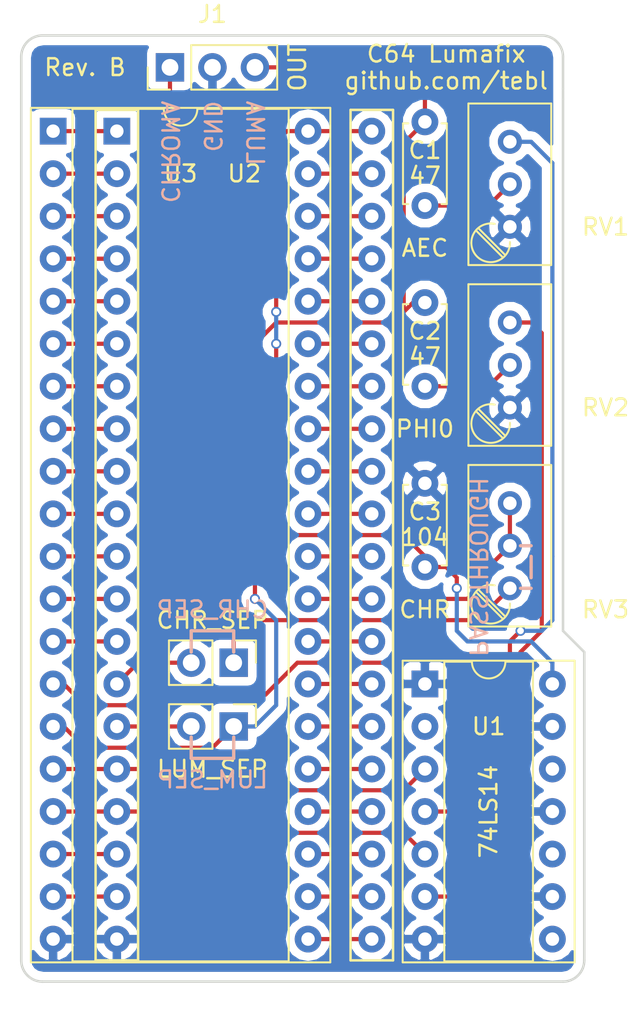
<source format=kicad_pcb>
(kicad_pcb (version 4) (host pcbnew 4.0.7)

  (general
    (links 65)
    (no_connects 0)
    (area 113.03 96.815 150.829762 158.115001)
    (thickness 1.6)
    (drawings 32)
    (tracks 147)
    (zones 0)
    (modules 12)
    (nets 48)
  )

  (page A4)
  (layers
    (0 F.Cu signal)
    (31 B.Cu signal)
    (32 B.Adhes user)
    (33 F.Adhes user)
    (34 B.Paste user)
    (35 F.Paste user)
    (36 B.SilkS user)
    (37 F.SilkS user)
    (38 B.Mask user)
    (39 F.Mask user)
    (40 Dwgs.User user)
    (41 Cmts.User user)
    (42 Eco1.User user)
    (43 Eco2.User user)
    (44 Edge.Cuts user)
    (45 Margin user)
    (46 B.CrtYd user)
    (47 F.CrtYd user)
    (48 B.Fab user)
    (49 F.Fab user)
  )

  (setup
    (last_trace_width 0.25)
    (trace_clearance 0.2)
    (zone_clearance 0.508)
    (zone_45_only no)
    (trace_min 0.2)
    (segment_width 0.2)
    (edge_width 0.15)
    (via_size 0.6)
    (via_drill 0.4)
    (via_min_size 0.4)
    (via_min_drill 0.3)
    (uvia_size 0.3)
    (uvia_drill 0.1)
    (uvias_allowed no)
    (uvia_min_size 0.2)
    (uvia_min_drill 0.1)
    (pcb_text_width 0.3)
    (pcb_text_size 1.5 1.5)
    (mod_edge_width 0.15)
    (mod_text_size 1 1)
    (mod_text_width 0.15)
    (pad_size 1.524 1.524)
    (pad_drill 0.762)
    (pad_to_mask_clearance 0.2)
    (aux_axis_origin 0 0)
    (visible_elements 7FFFFFFF)
    (pcbplotparams
      (layerselection 0x011fc_80000001)
      (usegerberextensions true)
      (excludeedgelayer true)
      (linewidth 0.100000)
      (plotframeref false)
      (viasonmask false)
      (mode 1)
      (useauxorigin false)
      (hpglpennumber 1)
      (hpglpenspeed 20)
      (hpglpendiameter 15)
      (hpglpenoverlay 2)
      (psnegative false)
      (psa4output false)
      (plotreference true)
      (plotvalue true)
      (plotinvisibletext false)
      (padsonsilk false)
      (subtractmaskfromsilk false)
      (outputformat 1)
      (mirror false)
      (drillshape 0)
      (scaleselection 1)
      (outputdirectory export/))
  )

  (net 0 "")
  (net 1 "Net-(C1-Pad1)")
  (net 2 "Net-(C2-Pad1)")
  (net 3 VCC)
  (net 4 GND)
  (net 5 "Net-(RV1-Pad3)")
  (net 6 "Net-(RV2-Pad3)")
  (net 7 /AEC)
  (net 8 /PH0)
  (net 9 /DB6)
  (net 10 /PHCL)
  (net 11 /DB5)
  (net 12 /PHIN)
  (net 13 /DB4)
  (net 14 /A11)
  (net 15 /DB3)
  (net 16 /A0)
  (net 17 /DB2)
  (net 18 /A1)
  (net 19 /DB1)
  (net 20 /A2)
  (net 21 /DB0)
  (net 22 /A3)
  (net 23 /IRQ)
  (net 24 /A4)
  (net 25 /LP)
  (net 26 /A5)
  (net 27 /CS)
  (net 28 /A6)
  (net 29 /RW)
  (net 30 /A7)
  (net 31 /BA)
  (net 32 /A8)
  (net 33 VDD)
  (net 34 /A9)
  (net 35 /A10)
  (net 36 /DB11)
  (net 37 /DB10)
  (net 38 /DB9)
  (net 39 /RAS)
  (net 40 /DB8)
  (net 41 /CAS)
  (net 42 /D7B)
  (net 43 LUMA)
  (net 44 CHROMA)
  (net 45 LUMA_OUT)
  (net 46 CHROMA_OUT)
  (net 47 CHROMA_IN)

  (net_class Default "This is the default net class."
    (clearance 0.2)
    (trace_width 0.25)
    (via_dia 0.6)
    (via_drill 0.4)
    (uvia_dia 0.3)
    (uvia_drill 0.1)
    (add_net /A0)
    (add_net /A1)
    (add_net /A10)
    (add_net /A11)
    (add_net /A2)
    (add_net /A3)
    (add_net /A4)
    (add_net /A5)
    (add_net /A6)
    (add_net /A7)
    (add_net /A8)
    (add_net /A9)
    (add_net /AEC)
    (add_net /BA)
    (add_net /CAS)
    (add_net /CS)
    (add_net /D7B)
    (add_net /DB0)
    (add_net /DB1)
    (add_net /DB10)
    (add_net /DB11)
    (add_net /DB2)
    (add_net /DB3)
    (add_net /DB4)
    (add_net /DB5)
    (add_net /DB6)
    (add_net /DB8)
    (add_net /DB9)
    (add_net /IRQ)
    (add_net /LP)
    (add_net /PH0)
    (add_net /PHCL)
    (add_net /PHIN)
    (add_net /RAS)
    (add_net /RW)
    (add_net CHROMA)
    (add_net CHROMA_IN)
    (add_net CHROMA_OUT)
    (add_net GND)
    (add_net LUMA)
    (add_net LUMA_OUT)
    (add_net "Net-(C1-Pad1)")
    (add_net "Net-(C2-Pad1)")
    (add_net "Net-(RV1-Pad3)")
    (add_net "Net-(RV2-Pad3)")
    (add_net VCC)
    (add_net VDD)
  )

  (module VICII_OUT:VICII_OUT (layer F.Cu) (tedit 5D5571EB) (tstamp 5D557976)
    (at 120.015 104.775)
    (descr "40-lead though-hole mounted DIP package, row spacing 15.24 mm (600 mils)")
    (tags "THT DIP DIL PDIP 2.54mm 15.24mm 600mil")
    (path /5B7D8B52)
    (fp_text reference U2 (at 7.62 2.54) (layer F.SilkS)
      (effects (font (size 1 1) (thickness 0.15)))
    )
    (fp_text value VICII_OUT (at 7.62 24.13 90) (layer F.Fab)
      (effects (font (size 1 1) (thickness 0.15)))
    )
    (fp_line (start 16.51 49.53) (end 13.97 49.53) (layer F.SilkS) (width 0.15))
    (fp_line (start 13.97 49.53) (end 13.97 -1.27) (layer F.SilkS) (width 0.15))
    (fp_line (start 13.97 -1.27) (end 16.51 -1.27) (layer F.SilkS) (width 0.15))
    (fp_line (start -1.27 -1.27) (end 1.27 -1.27) (layer F.SilkS) (width 0.15))
    (fp_line (start 1.27 -1.27) (end 1.27 49.53) (layer F.SilkS) (width 0.15))
    (fp_line (start 1.27 49.53) (end -1.27 49.53) (layer F.SilkS) (width 0.15))
    (fp_line (start 16.51 -1.27) (end 16.51 49.53) (layer F.SilkS) (width 0.15))
    (fp_line (start -1.27 49.53) (end -1.27 -1.27) (layer F.SilkS) (width 0.15))
    (fp_text user %R (at 7.62 2.54) (layer F.Fab)
      (effects (font (size 1 1) (thickness 0.15)))
    )
    (pad 1 thru_hole rect (at 0 0) (size 1.6 1.6) (drill 0.8) (layers *.Cu *.Mask)
      (net 9 /DB6))
    (pad 21 thru_hole oval (at 15.24 48.26) (size 1.6 1.6) (drill 0.8) (layers *.Cu *.Mask)
      (net 10 /PHCL))
    (pad 2 thru_hole oval (at 0 2.54) (size 1.6 1.6) (drill 0.8) (layers *.Cu *.Mask)
      (net 11 /DB5))
    (pad 22 thru_hole oval (at 15.24 45.72) (size 1.6 1.6) (drill 0.8) (layers *.Cu *.Mask)
      (net 12 /PHIN))
    (pad 3 thru_hole oval (at 0 5.08) (size 1.6 1.6) (drill 0.8) (layers *.Cu *.Mask)
      (net 13 /DB4))
    (pad 23 thru_hole oval (at 15.24 43.18) (size 1.6 1.6) (drill 0.8) (layers *.Cu *.Mask)
      (net 14 /A11))
    (pad 4 thru_hole oval (at 0 7.62) (size 1.6 1.6) (drill 0.8) (layers *.Cu *.Mask)
      (net 15 /DB3))
    (pad 24 thru_hole oval (at 15.24 40.64) (size 1.6 1.6) (drill 0.8) (layers *.Cu *.Mask)
      (net 16 /A0))
    (pad 5 thru_hole oval (at 0 10.16) (size 1.6 1.6) (drill 0.8) (layers *.Cu *.Mask)
      (net 17 /DB2))
    (pad 25 thru_hole oval (at 15.24 38.1) (size 1.6 1.6) (drill 0.8) (layers *.Cu *.Mask)
      (net 18 /A1))
    (pad 6 thru_hole oval (at 0 12.7) (size 1.6 1.6) (drill 0.8) (layers *.Cu *.Mask)
      (net 19 /DB1))
    (pad 26 thru_hole oval (at 15.24 35.56) (size 1.6 1.6) (drill 0.8) (layers *.Cu *.Mask)
      (net 20 /A2))
    (pad 7 thru_hole oval (at 0 15.24) (size 1.6 1.6) (drill 0.8) (layers *.Cu *.Mask)
      (net 21 /DB0))
    (pad 27 thru_hole oval (at 15.24 33.02) (size 1.6 1.6) (drill 0.8) (layers *.Cu *.Mask)
      (net 22 /A3))
    (pad 8 thru_hole oval (at 0 17.78) (size 1.6 1.6) (drill 0.8) (layers *.Cu *.Mask)
      (net 23 /IRQ))
    (pad 28 thru_hole oval (at 15.24 30.48) (size 1.6 1.6) (drill 0.8) (layers *.Cu *.Mask)
      (net 24 /A4))
    (pad 9 thru_hole oval (at 0 20.32) (size 1.6 1.6) (drill 0.8) (layers *.Cu *.Mask)
      (net 25 /LP))
    (pad 29 thru_hole oval (at 15.24 27.94) (size 1.6 1.6) (drill 0.8) (layers *.Cu *.Mask)
      (net 26 /A5))
    (pad 10 thru_hole oval (at 0 22.86) (size 1.6 1.6) (drill 0.8) (layers *.Cu *.Mask)
      (net 27 /CS))
    (pad 30 thru_hole oval (at 15.24 25.4) (size 1.6 1.6) (drill 0.8) (layers *.Cu *.Mask)
      (net 28 /A6))
    (pad 11 thru_hole oval (at 0 25.4) (size 1.6 1.6) (drill 0.8) (layers *.Cu *.Mask)
      (net 29 /RW))
    (pad 31 thru_hole oval (at 15.24 22.86) (size 1.6 1.6) (drill 0.8) (layers *.Cu *.Mask)
      (net 30 /A7))
    (pad 12 thru_hole oval (at 0 27.94) (size 1.6 1.6) (drill 0.8) (layers *.Cu *.Mask)
      (net 31 /BA))
    (pad 32 thru_hole oval (at 15.24 20.32) (size 1.6 1.6) (drill 0.8) (layers *.Cu *.Mask)
      (net 32 /A8))
    (pad 13 thru_hole oval (at 0 30.48) (size 1.6 1.6) (drill 0.8) (layers *.Cu *.Mask)
      (net 33 VDD))
    (pad 33 thru_hole oval (at 15.24 17.78) (size 1.6 1.6) (drill 0.8) (layers *.Cu *.Mask)
      (net 34 /A9))
    (pad 14 thru_hole oval (at 0 33.02) (size 1.6 1.6) (drill 0.8) (layers *.Cu *.Mask)
      (net 46 CHROMA_OUT))
    (pad 34 thru_hole oval (at 15.24 15.24) (size 1.6 1.6) (drill 0.8) (layers *.Cu *.Mask)
      (net 35 /A10))
    (pad 15 thru_hole oval (at 0 35.56) (size 1.6 1.6) (drill 0.8) (layers *.Cu *.Mask)
      (net 45 LUMA_OUT))
    (pad 35 thru_hole oval (at 15.24 12.7) (size 1.6 1.6) (drill 0.8) (layers *.Cu *.Mask)
      (net 36 /DB11))
    (pad 16 thru_hole oval (at 0 38.1) (size 1.6 1.6) (drill 0.8) (layers *.Cu *.Mask)
      (net 7 /AEC))
    (pad 36 thru_hole oval (at 15.24 10.16) (size 1.6 1.6) (drill 0.8) (layers *.Cu *.Mask)
      (net 37 /DB10))
    (pad 17 thru_hole oval (at 0 40.64) (size 1.6 1.6) (drill 0.8) (layers *.Cu *.Mask)
      (net 8 /PH0))
    (pad 37 thru_hole oval (at 15.24 7.62) (size 1.6 1.6) (drill 0.8) (layers *.Cu *.Mask)
      (net 38 /DB9))
    (pad 18 thru_hole oval (at 0 43.18) (size 1.6 1.6) (drill 0.8) (layers *.Cu *.Mask)
      (net 39 /RAS))
    (pad 38 thru_hole oval (at 15.24 5.08) (size 1.6 1.6) (drill 0.8) (layers *.Cu *.Mask)
      (net 40 /DB8))
    (pad 19 thru_hole oval (at 0 45.72) (size 1.6 1.6) (drill 0.8) (layers *.Cu *.Mask)
      (net 41 /CAS))
    (pad 39 thru_hole oval (at 15.24 2.54) (size 1.6 1.6) (drill 0.8) (layers *.Cu *.Mask)
      (net 42 /D7B))
    (pad 20 thru_hole oval (at 0 48.26) (size 1.6 1.6) (drill 0.8) (layers *.Cu *.Mask)
      (net 4 GND))
    (pad 40 thru_hole oval (at 15.24 0) (size 1.6 1.6) (drill 0.8) (layers *.Cu *.Mask)
      (net 3 VCC))
    (model ${KISYS3DMOD}/Housings_DIP.3dshapes/DIP-40_W15.24mm.wrl
      (at (xyz 0 0 0))
      (scale (xyz 1 1 1))
      (rotate (xyz 0 0 0))
    )
  )

  (module Capacitors_THT:C_Disc_D4.7mm_W2.5mm_P5.00mm (layer F.Cu) (tedit 5B97FA85) (tstamp 5B97EC47)
    (at 138.43 130.81 90)
    (descr "C, Disc series, Radial, pin pitch=5.00mm, , diameter*width=4.7*2.5mm^2, Capacitor, http://www.vishay.com/docs/45233/krseries.pdf")
    (tags "C Disc series Radial pin pitch 5.00mm  diameter 4.7mm width 2.5mm Capacitor")
    (path /5B8D5A0A)
    (fp_text reference C3 (at 3.302 0 180) (layer F.SilkS)
      (effects (font (size 1 1) (thickness 0.15)))
    )
    (fp_text value 104 (at 1.778 0 180) (layer F.SilkS)
      (effects (font (size 1 1) (thickness 0.15)))
    )
    (fp_line (start 0.15 -1.25) (end 0.15 1.25) (layer F.Fab) (width 0.1))
    (fp_line (start 0.15 1.25) (end 4.85 1.25) (layer F.Fab) (width 0.1))
    (fp_line (start 4.85 1.25) (end 4.85 -1.25) (layer F.Fab) (width 0.1))
    (fp_line (start 4.85 -1.25) (end 0.15 -1.25) (layer F.Fab) (width 0.1))
    (fp_line (start 0.09 -1.31) (end 4.91 -1.31) (layer F.SilkS) (width 0.12))
    (fp_line (start 0.09 1.31) (end 4.91 1.31) (layer F.SilkS) (width 0.12))
    (fp_line (start 0.09 -1.31) (end 0.09 -0.996) (layer F.SilkS) (width 0.12))
    (fp_line (start 0.09 0.996) (end 0.09 1.31) (layer F.SilkS) (width 0.12))
    (fp_line (start 4.91 -1.31) (end 4.91 -0.996) (layer F.SilkS) (width 0.12))
    (fp_line (start 4.91 0.996) (end 4.91 1.31) (layer F.SilkS) (width 0.12))
    (fp_line (start -1.05 -1.6) (end -1.05 1.6) (layer F.CrtYd) (width 0.05))
    (fp_line (start -1.05 1.6) (end 6.05 1.6) (layer F.CrtYd) (width 0.05))
    (fp_line (start 6.05 1.6) (end 6.05 -1.6) (layer F.CrtYd) (width 0.05))
    (fp_line (start 6.05 -1.6) (end -1.05 -1.6) (layer F.CrtYd) (width 0.05))
    (fp_text user %R (at 3.302 0 180) (layer F.Fab)
      (effects (font (size 1 1) (thickness 0.15)))
    )
    (pad 1 thru_hole circle (at 0 0 90) (size 1.6 1.6) (drill 0.8) (layers *.Cu *.Mask)
      (net 3 VCC))
    (pad 2 thru_hole circle (at 5 0 90) (size 1.6 1.6) (drill 0.8) (layers *.Cu *.Mask)
      (net 4 GND))
    (model ${KISYS3DMOD}/Capacitors_THT.3dshapes/C_Disc_D4.7mm_W2.5mm_P5.00mm.wrl
      (at (xyz 0 0 0))
      (scale (xyz 1 1 1))
      (rotate (xyz 0 0 0))
    )
  )

  (module Capacitors_THT:C_Disc_D4.7mm_W2.5mm_P5.00mm (layer F.Cu) (tedit 5B97FA7B) (tstamp 5B97EC3B)
    (at 138.43 109.22 90)
    (descr "C, Disc series, Radial, pin pitch=5.00mm, , diameter*width=4.7*2.5mm^2, Capacitor, http://www.vishay.com/docs/45233/krseries.pdf")
    (tags "C Disc series Radial pin pitch 5.00mm  diameter 4.7mm width 2.5mm Capacitor")
    (path /5B7D9273)
    (fp_text reference C1 (at 3.302 0 180) (layer F.SilkS)
      (effects (font (size 1 1) (thickness 0.15)))
    )
    (fp_text value 47 (at 1.778 0 180) (layer F.SilkS)
      (effects (font (size 1 1) (thickness 0.15)))
    )
    (fp_line (start 0.15 -1.25) (end 0.15 1.25) (layer F.Fab) (width 0.1))
    (fp_line (start 0.15 1.25) (end 4.85 1.25) (layer F.Fab) (width 0.1))
    (fp_line (start 4.85 1.25) (end 4.85 -1.25) (layer F.Fab) (width 0.1))
    (fp_line (start 4.85 -1.25) (end 0.15 -1.25) (layer F.Fab) (width 0.1))
    (fp_line (start 0.09 -1.31) (end 4.91 -1.31) (layer F.SilkS) (width 0.12))
    (fp_line (start 0.09 1.31) (end 4.91 1.31) (layer F.SilkS) (width 0.12))
    (fp_line (start 0.09 -1.31) (end 0.09 -0.996) (layer F.SilkS) (width 0.12))
    (fp_line (start 0.09 0.996) (end 0.09 1.31) (layer F.SilkS) (width 0.12))
    (fp_line (start 4.91 -1.31) (end 4.91 -0.996) (layer F.SilkS) (width 0.12))
    (fp_line (start 4.91 0.996) (end 4.91 1.31) (layer F.SilkS) (width 0.12))
    (fp_line (start -1.05 -1.6) (end -1.05 1.6) (layer F.CrtYd) (width 0.05))
    (fp_line (start -1.05 1.6) (end 6.05 1.6) (layer F.CrtYd) (width 0.05))
    (fp_line (start 6.05 1.6) (end 6.05 -1.6) (layer F.CrtYd) (width 0.05))
    (fp_line (start 6.05 -1.6) (end -1.05 -1.6) (layer F.CrtYd) (width 0.05))
    (fp_text user %R (at 3.302 0 180) (layer F.Fab)
      (effects (font (size 1 1) (thickness 0.15)))
    )
    (pad 1 thru_hole circle (at 0 0 90) (size 1.6 1.6) (drill 0.8) (layers *.Cu *.Mask)
      (net 1 "Net-(C1-Pad1)"))
    (pad 2 thru_hole circle (at 5 0 90) (size 1.6 1.6) (drill 0.8) (layers *.Cu *.Mask)
      (net 43 LUMA))
    (model ${KISYS3DMOD}/Capacitors_THT.3dshapes/C_Disc_D4.7mm_W2.5mm_P5.00mm.wrl
      (at (xyz 0 0 0))
      (scale (xyz 1 1 1))
      (rotate (xyz 0 0 0))
    )
  )

  (module Capacitors_THT:C_Disc_D4.7mm_W2.5mm_P5.00mm (layer F.Cu) (tedit 5B97FA7F) (tstamp 5B97EC41)
    (at 138.43 120.015 90)
    (descr "C, Disc series, Radial, pin pitch=5.00mm, , diameter*width=4.7*2.5mm^2, Capacitor, http://www.vishay.com/docs/45233/krseries.pdf")
    (tags "C Disc series Radial pin pitch 5.00mm  diameter 4.7mm width 2.5mm Capacitor")
    (path /5B7D9300)
    (fp_text reference C2 (at 3.302 0 180) (layer F.SilkS)
      (effects (font (size 1 1) (thickness 0.15)))
    )
    (fp_text value 47 (at 1.778 0 180) (layer F.SilkS)
      (effects (font (size 1 1) (thickness 0.15)))
    )
    (fp_line (start 0.15 -1.25) (end 0.15 1.25) (layer F.Fab) (width 0.1))
    (fp_line (start 0.15 1.25) (end 4.85 1.25) (layer F.Fab) (width 0.1))
    (fp_line (start 4.85 1.25) (end 4.85 -1.25) (layer F.Fab) (width 0.1))
    (fp_line (start 4.85 -1.25) (end 0.15 -1.25) (layer F.Fab) (width 0.1))
    (fp_line (start 0.09 -1.31) (end 4.91 -1.31) (layer F.SilkS) (width 0.12))
    (fp_line (start 0.09 1.31) (end 4.91 1.31) (layer F.SilkS) (width 0.12))
    (fp_line (start 0.09 -1.31) (end 0.09 -0.996) (layer F.SilkS) (width 0.12))
    (fp_line (start 0.09 0.996) (end 0.09 1.31) (layer F.SilkS) (width 0.12))
    (fp_line (start 4.91 -1.31) (end 4.91 -0.996) (layer F.SilkS) (width 0.12))
    (fp_line (start 4.91 0.996) (end 4.91 1.31) (layer F.SilkS) (width 0.12))
    (fp_line (start -1.05 -1.6) (end -1.05 1.6) (layer F.CrtYd) (width 0.05))
    (fp_line (start -1.05 1.6) (end 6.05 1.6) (layer F.CrtYd) (width 0.05))
    (fp_line (start 6.05 1.6) (end 6.05 -1.6) (layer F.CrtYd) (width 0.05))
    (fp_line (start 6.05 -1.6) (end -1.05 -1.6) (layer F.CrtYd) (width 0.05))
    (fp_text user %R (at 3.302 0 180) (layer F.Fab)
      (effects (font (size 1 1) (thickness 0.15)))
    )
    (pad 1 thru_hole circle (at 0 0 90) (size 1.6 1.6) (drill 0.8) (layers *.Cu *.Mask)
      (net 2 "Net-(C2-Pad1)"))
    (pad 2 thru_hole circle (at 5 0 90) (size 1.6 1.6) (drill 0.8) (layers *.Cu *.Mask)
      (net 43 LUMA))
    (model ${KISYS3DMOD}/Capacitors_THT.3dshapes/C_Disc_D4.7mm_W2.5mm_P5.00mm.wrl
      (at (xyz 0 0 0))
      (scale (xyz 1 1 1))
      (rotate (xyz 0 0 0))
    )
  )

  (module Potentiometers:Potentiometer_Trimmer_Bourns_3296W (layer F.Cu) (tedit 5B97F937) (tstamp 5B97EC4E)
    (at 143.51 110.49 270)
    (descr "Spindle Trimmer Potentiometer, Bourns 3296W, https://www.bourns.com/pdfs/3296.pdf")
    (tags "Spindle Trimmer Potentiometer   Bourns 3296W")
    (path /5B99B79A)
    (fp_text reference RV1 (at 0 -5.715 360) (layer F.SilkS)
      (effects (font (size 1 1) (thickness 0.15)))
    )
    (fp_text value AEC (at 1.27 5.08 360) (layer F.SilkS)
      (effects (font (size 1 1) (thickness 0.15)))
    )
    (fp_arc (start 0.955 1.15) (end 0.955 2.305) (angle -182) (layer F.SilkS) (width 0.12))
    (fp_arc (start 0.955 1.15) (end -0.174 0.91) (angle -103) (layer F.SilkS) (width 0.12))
    (fp_circle (center 0.955 1.15) (end 2.05 1.15) (layer F.Fab) (width 0.1))
    (fp_line (start -7.305 -2.41) (end -7.305 2.42) (layer F.Fab) (width 0.1))
    (fp_line (start -7.305 2.42) (end 2.225 2.42) (layer F.Fab) (width 0.1))
    (fp_line (start 2.225 2.42) (end 2.225 -2.41) (layer F.Fab) (width 0.1))
    (fp_line (start 2.225 -2.41) (end -7.305 -2.41) (layer F.Fab) (width 0.1))
    (fp_line (start 1.786 0.454) (end 0.259 1.981) (layer F.Fab) (width 0.1))
    (fp_line (start 1.652 0.32) (end 0.125 1.847) (layer F.Fab) (width 0.1))
    (fp_line (start -7.365 -2.47) (end 2.285 -2.47) (layer F.SilkS) (width 0.12))
    (fp_line (start -7.365 2.481) (end 2.285 2.481) (layer F.SilkS) (width 0.12))
    (fp_line (start -7.365 -2.47) (end -7.365 2.481) (layer F.SilkS) (width 0.12))
    (fp_line (start 2.285 -2.47) (end 2.285 2.481) (layer F.SilkS) (width 0.12))
    (fp_line (start 1.831 0.416) (end 0.22 2.026) (layer F.SilkS) (width 0.12))
    (fp_line (start 1.691 0.275) (end 0.079 1.885) (layer F.SilkS) (width 0.12))
    (fp_line (start -7.6 -2.7) (end -7.6 2.7) (layer F.CrtYd) (width 0.05))
    (fp_line (start -7.6 2.7) (end 2.5 2.7) (layer F.CrtYd) (width 0.05))
    (fp_line (start 2.5 2.7) (end 2.5 -2.7) (layer F.CrtYd) (width 0.05))
    (fp_line (start 2.5 -2.7) (end -7.6 -2.7) (layer F.CrtYd) (width 0.05))
    (pad 1 thru_hole circle (at 0 0 270) (size 1.44 1.44) (drill 0.8) (layers *.Cu *.Mask)
      (net 4 GND))
    (pad 2 thru_hole circle (at -2.54 0 270) (size 1.44 1.44) (drill 0.8) (layers *.Cu *.Mask)
      (net 1 "Net-(C1-Pad1)"))
    (pad 3 thru_hole circle (at -5.08 0 270) (size 1.44 1.44) (drill 0.8) (layers *.Cu *.Mask)
      (net 5 "Net-(RV1-Pad3)"))
    (model Potentiometers.3dshapes/Potentiometer_Trimmer_Bourns_3296W.wrl
      (at (xyz 0 0 0))
      (scale (xyz 1 1 1))
      (rotate (xyz 0 0 -90))
    )
  )

  (module Potentiometers:Potentiometer_Trimmer_Bourns_3296W (layer F.Cu) (tedit 5B97F93B) (tstamp 5B97EC55)
    (at 143.51 121.285 270)
    (descr "Spindle Trimmer Potentiometer, Bourns 3296W, https://www.bourns.com/pdfs/3296.pdf")
    (tags "Spindle Trimmer Potentiometer   Bourns 3296W")
    (path /5B99B7F3)
    (fp_text reference RV2 (at 0 -5.715 360) (layer F.SilkS)
      (effects (font (size 1 1) (thickness 0.15)))
    )
    (fp_text value PHI0 (at 1.27 5.08 360) (layer F.SilkS)
      (effects (font (size 1 1) (thickness 0.15)))
    )
    (fp_arc (start 0.955 1.15) (end 0.955 2.305) (angle -182) (layer F.SilkS) (width 0.12))
    (fp_arc (start 0.955 1.15) (end -0.174 0.91) (angle -103) (layer F.SilkS) (width 0.12))
    (fp_circle (center 0.955 1.15) (end 2.05 1.15) (layer F.Fab) (width 0.1))
    (fp_line (start -7.305 -2.41) (end -7.305 2.42) (layer F.Fab) (width 0.1))
    (fp_line (start -7.305 2.42) (end 2.225 2.42) (layer F.Fab) (width 0.1))
    (fp_line (start 2.225 2.42) (end 2.225 -2.41) (layer F.Fab) (width 0.1))
    (fp_line (start 2.225 -2.41) (end -7.305 -2.41) (layer F.Fab) (width 0.1))
    (fp_line (start 1.786 0.454) (end 0.259 1.981) (layer F.Fab) (width 0.1))
    (fp_line (start 1.652 0.32) (end 0.125 1.847) (layer F.Fab) (width 0.1))
    (fp_line (start -7.365 -2.47) (end 2.285 -2.47) (layer F.SilkS) (width 0.12))
    (fp_line (start -7.365 2.481) (end 2.285 2.481) (layer F.SilkS) (width 0.12))
    (fp_line (start -7.365 -2.47) (end -7.365 2.481) (layer F.SilkS) (width 0.12))
    (fp_line (start 2.285 -2.47) (end 2.285 2.481) (layer F.SilkS) (width 0.12))
    (fp_line (start 1.831 0.416) (end 0.22 2.026) (layer F.SilkS) (width 0.12))
    (fp_line (start 1.691 0.275) (end 0.079 1.885) (layer F.SilkS) (width 0.12))
    (fp_line (start -7.6 -2.7) (end -7.6 2.7) (layer F.CrtYd) (width 0.05))
    (fp_line (start -7.6 2.7) (end 2.5 2.7) (layer F.CrtYd) (width 0.05))
    (fp_line (start 2.5 2.7) (end 2.5 -2.7) (layer F.CrtYd) (width 0.05))
    (fp_line (start 2.5 -2.7) (end -7.6 -2.7) (layer F.CrtYd) (width 0.05))
    (pad 1 thru_hole circle (at 0 0 270) (size 1.44 1.44) (drill 0.8) (layers *.Cu *.Mask)
      (net 4 GND))
    (pad 2 thru_hole circle (at -2.54 0 270) (size 1.44 1.44) (drill 0.8) (layers *.Cu *.Mask)
      (net 2 "Net-(C2-Pad1)"))
    (pad 3 thru_hole circle (at -5.08 0 270) (size 1.44 1.44) (drill 0.8) (layers *.Cu *.Mask)
      (net 6 "Net-(RV2-Pad3)"))
    (model Potentiometers.3dshapes/Potentiometer_Trimmer_Bourns_3296W.wrl
      (at (xyz 0 0 0))
      (scale (xyz 1 1 1))
      (rotate (xyz 0 0 -90))
    )
  )

  (module Potentiometers:Potentiometer_Trimmer_Bourns_3296W (layer F.Cu) (tedit 5B97F943) (tstamp 5B97EC5C)
    (at 143.51 132.08 270)
    (descr "Spindle Trimmer Potentiometer, Bourns 3296W, https://www.bourns.com/pdfs/3296.pdf")
    (tags "Spindle Trimmer Potentiometer   Bourns 3296W")
    (path /5B99B838)
    (fp_text reference RV3 (at 1.27 -5.715 360) (layer F.SilkS)
      (effects (font (size 1 1) (thickness 0.15)))
    )
    (fp_text value CHR (at 1.27 5.08 360) (layer F.SilkS)
      (effects (font (size 1 1) (thickness 0.15)))
    )
    (fp_arc (start 0.955 1.15) (end 0.955 2.305) (angle -182) (layer F.SilkS) (width 0.12))
    (fp_arc (start 0.955 1.15) (end -0.174 0.91) (angle -103) (layer F.SilkS) (width 0.12))
    (fp_circle (center 0.955 1.15) (end 2.05 1.15) (layer F.Fab) (width 0.1))
    (fp_line (start -7.305 -2.41) (end -7.305 2.42) (layer F.Fab) (width 0.1))
    (fp_line (start -7.305 2.42) (end 2.225 2.42) (layer F.Fab) (width 0.1))
    (fp_line (start 2.225 2.42) (end 2.225 -2.41) (layer F.Fab) (width 0.1))
    (fp_line (start 2.225 -2.41) (end -7.305 -2.41) (layer F.Fab) (width 0.1))
    (fp_line (start 1.786 0.454) (end 0.259 1.981) (layer F.Fab) (width 0.1))
    (fp_line (start 1.652 0.32) (end 0.125 1.847) (layer F.Fab) (width 0.1))
    (fp_line (start -7.365 -2.47) (end 2.285 -2.47) (layer F.SilkS) (width 0.12))
    (fp_line (start -7.365 2.481) (end 2.285 2.481) (layer F.SilkS) (width 0.12))
    (fp_line (start -7.365 -2.47) (end -7.365 2.481) (layer F.SilkS) (width 0.12))
    (fp_line (start 2.285 -2.47) (end 2.285 2.481) (layer F.SilkS) (width 0.12))
    (fp_line (start 1.831 0.416) (end 0.22 2.026) (layer F.SilkS) (width 0.12))
    (fp_line (start 1.691 0.275) (end 0.079 1.885) (layer F.SilkS) (width 0.12))
    (fp_line (start -7.6 -2.7) (end -7.6 2.7) (layer F.CrtYd) (width 0.05))
    (fp_line (start -7.6 2.7) (end 2.5 2.7) (layer F.CrtYd) (width 0.05))
    (fp_line (start 2.5 2.7) (end 2.5 -2.7) (layer F.CrtYd) (width 0.05))
    (fp_line (start 2.5 -2.7) (end -7.6 -2.7) (layer F.CrtYd) (width 0.05))
    (pad 1 thru_hole circle (at 0 0 270) (size 1.44 1.44) (drill 0.8) (layers *.Cu *.Mask)
      (net 47 CHROMA_IN))
    (pad 2 thru_hole circle (at -2.54 0 270) (size 1.44 1.44) (drill 0.8) (layers *.Cu *.Mask)
      (net 44 CHROMA))
    (pad 3 thru_hole circle (at -5.08 0 270) (size 1.44 1.44) (drill 0.8) (layers *.Cu *.Mask)
      (net 44 CHROMA))
    (model Potentiometers.3dshapes/Potentiometer_Trimmer_Bourns_3296W.wrl
      (at (xyz 0 0 0))
      (scale (xyz 1 1 1))
      (rotate (xyz 0 0 -90))
    )
  )

  (module Housings_DIP:DIP-14_W7.62mm_Socket (layer F.Cu) (tedit 5B97F92B) (tstamp 5B97EC6E)
    (at 138.43 137.795)
    (descr "14-lead though-hole mounted DIP package, row spacing 7.62 mm (300 mils), Socket")
    (tags "THT DIP DIL PDIP 2.54mm 7.62mm 300mil Socket")
    (path /5B7D8BE5)
    (fp_text reference U1 (at 3.81 2.54) (layer F.SilkS)
      (effects (font (size 1 1) (thickness 0.15)))
    )
    (fp_text value 74LS14 (at 3.81 7.62 90) (layer F.SilkS)
      (effects (font (size 1 1) (thickness 0.15)))
    )
    (fp_arc (start 3.81 -1.33) (end 2.81 -1.33) (angle -180) (layer F.SilkS) (width 0.12))
    (fp_line (start 1.635 -1.27) (end 6.985 -1.27) (layer F.Fab) (width 0.1))
    (fp_line (start 6.985 -1.27) (end 6.985 16.51) (layer F.Fab) (width 0.1))
    (fp_line (start 6.985 16.51) (end 0.635 16.51) (layer F.Fab) (width 0.1))
    (fp_line (start 0.635 16.51) (end 0.635 -0.27) (layer F.Fab) (width 0.1))
    (fp_line (start 0.635 -0.27) (end 1.635 -1.27) (layer F.Fab) (width 0.1))
    (fp_line (start -1.27 -1.33) (end -1.27 16.57) (layer F.Fab) (width 0.1))
    (fp_line (start -1.27 16.57) (end 8.89 16.57) (layer F.Fab) (width 0.1))
    (fp_line (start 8.89 16.57) (end 8.89 -1.33) (layer F.Fab) (width 0.1))
    (fp_line (start 8.89 -1.33) (end -1.27 -1.33) (layer F.Fab) (width 0.1))
    (fp_line (start 2.81 -1.33) (end 1.16 -1.33) (layer F.SilkS) (width 0.12))
    (fp_line (start 1.16 -1.33) (end 1.16 16.57) (layer F.SilkS) (width 0.12))
    (fp_line (start 1.16 16.57) (end 6.46 16.57) (layer F.SilkS) (width 0.12))
    (fp_line (start 6.46 16.57) (end 6.46 -1.33) (layer F.SilkS) (width 0.12))
    (fp_line (start 6.46 -1.33) (end 4.81 -1.33) (layer F.SilkS) (width 0.12))
    (fp_line (start -1.33 -1.39) (end -1.33 16.63) (layer F.SilkS) (width 0.12))
    (fp_line (start -1.33 16.63) (end 8.95 16.63) (layer F.SilkS) (width 0.12))
    (fp_line (start 8.95 16.63) (end 8.95 -1.39) (layer F.SilkS) (width 0.12))
    (fp_line (start 8.95 -1.39) (end -1.33 -1.39) (layer F.SilkS) (width 0.12))
    (fp_line (start -1.55 -1.6) (end -1.55 16.85) (layer F.CrtYd) (width 0.05))
    (fp_line (start -1.55 16.85) (end 9.15 16.85) (layer F.CrtYd) (width 0.05))
    (fp_line (start 9.15 16.85) (end 9.15 -1.6) (layer F.CrtYd) (width 0.05))
    (fp_line (start 9.15 -1.6) (end -1.55 -1.6) (layer F.CrtYd) (width 0.05))
    (fp_text user %R (at 3.81 2.54) (layer F.Fab)
      (effects (font (size 1 1) (thickness 0.15)))
    )
    (pad 1 thru_hole rect (at 0 0) (size 1.6 1.6) (drill 0.8) (layers *.Cu *.Mask)
      (net 4 GND))
    (pad 8 thru_hole oval (at 7.62 15.24) (size 1.6 1.6) (drill 0.8) (layers *.Cu *.Mask))
    (pad 2 thru_hole oval (at 0 2.54) (size 1.6 1.6) (drill 0.8) (layers *.Cu *.Mask))
    (pad 9 thru_hole oval (at 7.62 12.7) (size 1.6 1.6) (drill 0.8) (layers *.Cu *.Mask)
      (net 4 GND))
    (pad 3 thru_hole oval (at 0 5.08) (size 1.6 1.6) (drill 0.8) (layers *.Cu *.Mask)
      (net 7 /AEC))
    (pad 10 thru_hole oval (at 7.62 10.16) (size 1.6 1.6) (drill 0.8) (layers *.Cu *.Mask))
    (pad 4 thru_hole oval (at 0 7.62) (size 1.6 1.6) (drill 0.8) (layers *.Cu *.Mask)
      (net 5 "Net-(RV1-Pad3)"))
    (pad 11 thru_hole oval (at 7.62 7.62) (size 1.6 1.6) (drill 0.8) (layers *.Cu *.Mask)
      (net 4 GND))
    (pad 5 thru_hole oval (at 0 10.16) (size 1.6 1.6) (drill 0.8) (layers *.Cu *.Mask)
      (net 8 /PH0))
    (pad 12 thru_hole oval (at 7.62 5.08) (size 1.6 1.6) (drill 0.8) (layers *.Cu *.Mask))
    (pad 6 thru_hole oval (at 0 12.7) (size 1.6 1.6) (drill 0.8) (layers *.Cu *.Mask)
      (net 6 "Net-(RV2-Pad3)"))
    (pad 13 thru_hole oval (at 7.62 2.54) (size 1.6 1.6) (drill 0.8) (layers *.Cu *.Mask)
      (net 4 GND))
    (pad 7 thru_hole oval (at 0 15.24) (size 1.6 1.6) (drill 0.8) (layers *.Cu *.Mask)
      (net 4 GND))
    (pad 14 thru_hole oval (at 7.62 0) (size 1.6 1.6) (drill 0.8) (layers *.Cu *.Mask)
      (net 3 VCC))
    (model Housings_DIP.3dshapes/DIP-14_W7.62mm.wrl
      (at (xyz 0 0 0))
      (scale (xyz 1 1 1))
      (rotate (xyz 0 0 0))
    )
  )

  (module Housings_DIP:DIP-40_W15.24mm_Socket (layer F.Cu) (tedit 5B97EE10) (tstamp 5B97ECC6)
    (at 116.205 104.775)
    (descr "40-lead though-hole mounted DIP package, row spacing 15.24 mm (600 mils), Socket")
    (tags "THT DIP DIL PDIP 2.54mm 15.24mm 600mil Socket")
    (path /5B8D77AE)
    (fp_text reference U3 (at 7.62 2.54) (layer F.SilkS)
      (effects (font (size 1 1) (thickness 0.15)))
    )
    (fp_text value VICII_IN (at 7.62 24.13 90) (layer F.Fab)
      (effects (font (size 1 1) (thickness 0.15)))
    )
    (fp_arc (start 7.62 -1.33) (end 6.62 -1.33) (angle -180) (layer F.SilkS) (width 0.12))
    (fp_line (start 1.255 -1.27) (end 14.985 -1.27) (layer F.Fab) (width 0.1))
    (fp_line (start 14.985 -1.27) (end 14.985 49.53) (layer F.Fab) (width 0.1))
    (fp_line (start 14.985 49.53) (end 0.255 49.53) (layer F.Fab) (width 0.1))
    (fp_line (start 0.255 49.53) (end 0.255 -0.27) (layer F.Fab) (width 0.1))
    (fp_line (start 0.255 -0.27) (end 1.255 -1.27) (layer F.Fab) (width 0.1))
    (fp_line (start -1.27 -1.33) (end -1.27 49.59) (layer F.Fab) (width 0.1))
    (fp_line (start -1.27 49.59) (end 16.51 49.59) (layer F.Fab) (width 0.1))
    (fp_line (start 16.51 49.59) (end 16.51 -1.33) (layer F.Fab) (width 0.1))
    (fp_line (start 16.51 -1.33) (end -1.27 -1.33) (layer F.Fab) (width 0.1))
    (fp_line (start 6.62 -1.33) (end 1.16 -1.33) (layer F.SilkS) (width 0.12))
    (fp_line (start 1.16 -1.33) (end 1.16 49.59) (layer F.SilkS) (width 0.12))
    (fp_line (start 1.16 49.59) (end 14.08 49.59) (layer F.SilkS) (width 0.12))
    (fp_line (start 14.08 49.59) (end 14.08 -1.33) (layer F.SilkS) (width 0.12))
    (fp_line (start 14.08 -1.33) (end 8.62 -1.33) (layer F.SilkS) (width 0.12))
    (fp_line (start -1.33 -1.39) (end -1.33 49.65) (layer F.SilkS) (width 0.12))
    (fp_line (start -1.33 49.65) (end 16.57 49.65) (layer F.SilkS) (width 0.12))
    (fp_line (start 16.57 49.65) (end 16.57 -1.39) (layer F.SilkS) (width 0.12))
    (fp_line (start 16.57 -1.39) (end -1.33 -1.39) (layer F.SilkS) (width 0.12))
    (fp_line (start -1.55 -1.6) (end -1.55 49.85) (layer F.CrtYd) (width 0.05))
    (fp_line (start -1.55 49.85) (end 16.8 49.85) (layer F.CrtYd) (width 0.05))
    (fp_line (start 16.8 49.85) (end 16.8 -1.6) (layer F.CrtYd) (width 0.05))
    (fp_line (start 16.8 -1.6) (end -1.55 -1.6) (layer F.CrtYd) (width 0.05))
    (fp_text user %R (at 7.62 2.54) (layer F.Fab)
      (effects (font (size 1 1) (thickness 0.15)))
    )
    (pad 1 thru_hole rect (at 0 0) (size 1.6 1.6) (drill 0.8) (layers *.Cu *.Mask)
      (net 9 /DB6))
    (pad 21 thru_hole oval (at 15.24 48.26) (size 1.6 1.6) (drill 0.8) (layers *.Cu *.Mask)
      (net 10 /PHCL))
    (pad 2 thru_hole oval (at 0 2.54) (size 1.6 1.6) (drill 0.8) (layers *.Cu *.Mask)
      (net 11 /DB5))
    (pad 22 thru_hole oval (at 15.24 45.72) (size 1.6 1.6) (drill 0.8) (layers *.Cu *.Mask)
      (net 12 /PHIN))
    (pad 3 thru_hole oval (at 0 5.08) (size 1.6 1.6) (drill 0.8) (layers *.Cu *.Mask)
      (net 13 /DB4))
    (pad 23 thru_hole oval (at 15.24 43.18) (size 1.6 1.6) (drill 0.8) (layers *.Cu *.Mask)
      (net 14 /A11))
    (pad 4 thru_hole oval (at 0 7.62) (size 1.6 1.6) (drill 0.8) (layers *.Cu *.Mask)
      (net 15 /DB3))
    (pad 24 thru_hole oval (at 15.24 40.64) (size 1.6 1.6) (drill 0.8) (layers *.Cu *.Mask)
      (net 16 /A0))
    (pad 5 thru_hole oval (at 0 10.16) (size 1.6 1.6) (drill 0.8) (layers *.Cu *.Mask)
      (net 17 /DB2))
    (pad 25 thru_hole oval (at 15.24 38.1) (size 1.6 1.6) (drill 0.8) (layers *.Cu *.Mask)
      (net 18 /A1))
    (pad 6 thru_hole oval (at 0 12.7) (size 1.6 1.6) (drill 0.8) (layers *.Cu *.Mask)
      (net 19 /DB1))
    (pad 26 thru_hole oval (at 15.24 35.56) (size 1.6 1.6) (drill 0.8) (layers *.Cu *.Mask)
      (net 20 /A2))
    (pad 7 thru_hole oval (at 0 15.24) (size 1.6 1.6) (drill 0.8) (layers *.Cu *.Mask)
      (net 21 /DB0))
    (pad 27 thru_hole oval (at 15.24 33.02) (size 1.6 1.6) (drill 0.8) (layers *.Cu *.Mask)
      (net 22 /A3))
    (pad 8 thru_hole oval (at 0 17.78) (size 1.6 1.6) (drill 0.8) (layers *.Cu *.Mask)
      (net 23 /IRQ))
    (pad 28 thru_hole oval (at 15.24 30.48) (size 1.6 1.6) (drill 0.8) (layers *.Cu *.Mask)
      (net 24 /A4))
    (pad 9 thru_hole oval (at 0 20.32) (size 1.6 1.6) (drill 0.8) (layers *.Cu *.Mask)
      (net 25 /LP))
    (pad 29 thru_hole oval (at 15.24 27.94) (size 1.6 1.6) (drill 0.8) (layers *.Cu *.Mask)
      (net 26 /A5))
    (pad 10 thru_hole oval (at 0 22.86) (size 1.6 1.6) (drill 0.8) (layers *.Cu *.Mask)
      (net 27 /CS))
    (pad 30 thru_hole oval (at 15.24 25.4) (size 1.6 1.6) (drill 0.8) (layers *.Cu *.Mask)
      (net 28 /A6))
    (pad 11 thru_hole oval (at 0 25.4) (size 1.6 1.6) (drill 0.8) (layers *.Cu *.Mask)
      (net 29 /RW))
    (pad 31 thru_hole oval (at 15.24 22.86) (size 1.6 1.6) (drill 0.8) (layers *.Cu *.Mask)
      (net 30 /A7))
    (pad 12 thru_hole oval (at 0 27.94) (size 1.6 1.6) (drill 0.8) (layers *.Cu *.Mask)
      (net 31 /BA))
    (pad 32 thru_hole oval (at 15.24 20.32) (size 1.6 1.6) (drill 0.8) (layers *.Cu *.Mask)
      (net 32 /A8))
    (pad 13 thru_hole oval (at 0 30.48) (size 1.6 1.6) (drill 0.8) (layers *.Cu *.Mask)
      (net 33 VDD))
    (pad 33 thru_hole oval (at 15.24 17.78) (size 1.6 1.6) (drill 0.8) (layers *.Cu *.Mask)
      (net 34 /A9))
    (pad 14 thru_hole oval (at 0 33.02) (size 1.6 1.6) (drill 0.8) (layers *.Cu *.Mask)
      (net 47 CHROMA_IN))
    (pad 34 thru_hole oval (at 15.24 15.24) (size 1.6 1.6) (drill 0.8) (layers *.Cu *.Mask)
      (net 35 /A10))
    (pad 15 thru_hole oval (at 0 35.56) (size 1.6 1.6) (drill 0.8) (layers *.Cu *.Mask)
      (net 43 LUMA))
    (pad 35 thru_hole oval (at 15.24 12.7) (size 1.6 1.6) (drill 0.8) (layers *.Cu *.Mask)
      (net 36 /DB11))
    (pad 16 thru_hole oval (at 0 38.1) (size 1.6 1.6) (drill 0.8) (layers *.Cu *.Mask)
      (net 7 /AEC))
    (pad 36 thru_hole oval (at 15.24 10.16) (size 1.6 1.6) (drill 0.8) (layers *.Cu *.Mask)
      (net 37 /DB10))
    (pad 17 thru_hole oval (at 0 40.64) (size 1.6 1.6) (drill 0.8) (layers *.Cu *.Mask)
      (net 8 /PH0))
    (pad 37 thru_hole oval (at 15.24 7.62) (size 1.6 1.6) (drill 0.8) (layers *.Cu *.Mask)
      (net 38 /DB9))
    (pad 18 thru_hole oval (at 0 43.18) (size 1.6 1.6) (drill 0.8) (layers *.Cu *.Mask)
      (net 39 /RAS))
    (pad 38 thru_hole oval (at 15.24 5.08) (size 1.6 1.6) (drill 0.8) (layers *.Cu *.Mask)
      (net 40 /DB8))
    (pad 19 thru_hole oval (at 0 45.72) (size 1.6 1.6) (drill 0.8) (layers *.Cu *.Mask)
      (net 41 /CAS))
    (pad 39 thru_hole oval (at 15.24 2.54) (size 1.6 1.6) (drill 0.8) (layers *.Cu *.Mask)
      (net 42 /D7B))
    (pad 20 thru_hole oval (at 0 48.26) (size 1.6 1.6) (drill 0.8) (layers *.Cu *.Mask)
      (net 4 GND))
    (pad 40 thru_hole oval (at 15.24 0) (size 1.6 1.6) (drill 0.8) (layers *.Cu *.Mask)
      (net 3 VCC))
    (model ${KISYS3DMOD}/Housings_DIP.3dshapes/DIP-40_W15.24mm_Socket.wrl
      (at (xyz 0 0 0))
      (scale (xyz 1 1 1))
      (rotate (xyz 0 0 0))
    )
  )

  (module Pin_Headers:Pin_Header_Straight_1x03_Pitch2.54mm (layer F.Cu) (tedit 5D585664) (tstamp 5D557969)
    (at 123.19 100.965 90)
    (descr "Through hole straight pin header, 1x03, 2.54mm pitch, single row")
    (tags "Through hole pin header THT 1x03 2.54mm single row")
    (path /5D55675C)
    (fp_text reference J1 (at 3.175 2.54 180) (layer F.SilkS)
      (effects (font (size 1 1) (thickness 0.15)))
    )
    (fp_text value OUT (at 0 7.62 90) (layer F.SilkS)
      (effects (font (size 1 1) (thickness 0.15)))
    )
    (fp_line (start -0.635 -1.27) (end 1.27 -1.27) (layer F.Fab) (width 0.1))
    (fp_line (start 1.27 -1.27) (end 1.27 6.35) (layer F.Fab) (width 0.1))
    (fp_line (start 1.27 6.35) (end -1.27 6.35) (layer F.Fab) (width 0.1))
    (fp_line (start -1.27 6.35) (end -1.27 -0.635) (layer F.Fab) (width 0.1))
    (fp_line (start -1.27 -0.635) (end -0.635 -1.27) (layer F.Fab) (width 0.1))
    (fp_line (start -1.33 6.41) (end 1.33 6.41) (layer F.SilkS) (width 0.12))
    (fp_line (start -1.33 1.27) (end -1.33 6.41) (layer F.SilkS) (width 0.12))
    (fp_line (start 1.33 1.27) (end 1.33 6.41) (layer F.SilkS) (width 0.12))
    (fp_line (start -1.33 1.27) (end 1.33 1.27) (layer F.SilkS) (width 0.12))
    (fp_line (start -1.33 0) (end -1.33 -1.33) (layer F.SilkS) (width 0.12))
    (fp_line (start -1.33 -1.33) (end 0 -1.33) (layer F.SilkS) (width 0.12))
    (fp_line (start -1.8 -1.8) (end -1.8 6.85) (layer F.CrtYd) (width 0.05))
    (fp_line (start -1.8 6.85) (end 1.8 6.85) (layer F.CrtYd) (width 0.05))
    (fp_line (start 1.8 6.85) (end 1.8 -1.8) (layer F.CrtYd) (width 0.05))
    (fp_line (start 1.8 -1.8) (end -1.8 -1.8) (layer F.CrtYd) (width 0.05))
    (fp_text user %R (at 0 2.54 180) (layer F.Fab)
      (effects (font (size 1 1) (thickness 0.15)))
    )
    (pad 1 thru_hole rect (at 0 0 90) (size 1.7 1.7) (drill 1) (layers *.Cu *.Mask)
      (net 44 CHROMA))
    (pad 2 thru_hole oval (at 0 2.54 90) (size 1.7 1.7) (drill 1) (layers *.Cu *.Mask)
      (net 4 GND))
    (pad 3 thru_hole oval (at 0 5.08 90) (size 1.7 1.7) (drill 1) (layers *.Cu *.Mask)
      (net 43 LUMA))
    (model ${KISYS3DMOD}/Pin_Headers.3dshapes/Pin_Header_Straight_1x03_Pitch2.54mm.wrl
      (at (xyz 0 0 0))
      (scale (xyz 1 1 1))
      (rotate (xyz 0 0 0))
    )
  )

  (module Pin_Headers:Pin_Header_Straight_1x02_Pitch2.54mm (layer F.Cu) (tedit 5D5576FB) (tstamp 5D55796F)
    (at 127 140.335 270)
    (descr "Through hole straight pin header, 1x02, 2.54mm pitch, single row")
    (tags "Through hole pin header THT 1x02 2.54mm single row")
    (path /5D55C2DC)
    (fp_text reference JP1 (at 0 -2.33 270) (layer F.SilkS) hide
      (effects (font (size 1 1) (thickness 0.15)))
    )
    (fp_text value LUM_SEP (at 2.54 1.27 360) (layer F.SilkS)
      (effects (font (size 1 1) (thickness 0.15)))
    )
    (fp_line (start -0.635 -1.27) (end 1.27 -1.27) (layer F.Fab) (width 0.1))
    (fp_line (start 1.27 -1.27) (end 1.27 3.81) (layer F.Fab) (width 0.1))
    (fp_line (start 1.27 3.81) (end -1.27 3.81) (layer F.Fab) (width 0.1))
    (fp_line (start -1.27 3.81) (end -1.27 -0.635) (layer F.Fab) (width 0.1))
    (fp_line (start -1.27 -0.635) (end -0.635 -1.27) (layer F.Fab) (width 0.1))
    (fp_line (start -1.33 3.87) (end 1.33 3.87) (layer F.SilkS) (width 0.12))
    (fp_line (start -1.33 1.27) (end -1.33 3.87) (layer F.SilkS) (width 0.12))
    (fp_line (start 1.33 1.27) (end 1.33 3.87) (layer F.SilkS) (width 0.12))
    (fp_line (start -1.33 1.27) (end 1.33 1.27) (layer F.SilkS) (width 0.12))
    (fp_line (start -1.33 0) (end -1.33 -1.33) (layer F.SilkS) (width 0.12))
    (fp_line (start -1.33 -1.33) (end 0 -1.33) (layer F.SilkS) (width 0.12))
    (fp_line (start -1.8 -1.8) (end -1.8 4.35) (layer F.CrtYd) (width 0.05))
    (fp_line (start -1.8 4.35) (end 1.8 4.35) (layer F.CrtYd) (width 0.05))
    (fp_line (start 1.8 4.35) (end 1.8 -1.8) (layer F.CrtYd) (width 0.05))
    (fp_line (start 1.8 -1.8) (end -1.8 -1.8) (layer F.CrtYd) (width 0.05))
    (fp_text user %R (at 0 1.27 360) (layer F.Fab)
      (effects (font (size 1 1) (thickness 0.15)))
    )
    (pad 1 thru_hole rect (at 0 0 270) (size 1.7 1.7) (drill 1) (layers *.Cu *.Mask)
      (net 43 LUMA))
    (pad 2 thru_hole oval (at 0 2.54 270) (size 1.7 1.7) (drill 1) (layers *.Cu *.Mask)
      (net 45 LUMA_OUT))
  )

  (module Pin_Headers:Pin_Header_Straight_1x02_Pitch2.54mm (layer F.Cu) (tedit 5D5576F5) (tstamp 5D557975)
    (at 127 136.525 270)
    (descr "Through hole straight pin header, 1x02, 2.54mm pitch, single row")
    (tags "Through hole pin header THT 1x02 2.54mm single row")
    (path /5D560428)
    (fp_text reference JP2 (at 0 -2.33 270) (layer F.SilkS) hide
      (effects (font (size 1 1) (thickness 0.15)))
    )
    (fp_text value CHR_SEP (at -2.54 1.27 360) (layer F.SilkS)
      (effects (font (size 1 1) (thickness 0.15)))
    )
    (fp_line (start -0.635 -1.27) (end 1.27 -1.27) (layer F.Fab) (width 0.1))
    (fp_line (start 1.27 -1.27) (end 1.27 3.81) (layer F.Fab) (width 0.1))
    (fp_line (start 1.27 3.81) (end -1.27 3.81) (layer F.Fab) (width 0.1))
    (fp_line (start -1.27 3.81) (end -1.27 -0.635) (layer F.Fab) (width 0.1))
    (fp_line (start -1.27 -0.635) (end -0.635 -1.27) (layer F.Fab) (width 0.1))
    (fp_line (start -1.33 3.87) (end 1.33 3.87) (layer F.SilkS) (width 0.12))
    (fp_line (start -1.33 1.27) (end -1.33 3.87) (layer F.SilkS) (width 0.12))
    (fp_line (start 1.33 1.27) (end 1.33 3.87) (layer F.SilkS) (width 0.12))
    (fp_line (start -1.33 1.27) (end 1.33 1.27) (layer F.SilkS) (width 0.12))
    (fp_line (start -1.33 0) (end -1.33 -1.33) (layer F.SilkS) (width 0.12))
    (fp_line (start -1.33 -1.33) (end 0 -1.33) (layer F.SilkS) (width 0.12))
    (fp_line (start -1.8 -1.8) (end -1.8 4.35) (layer F.CrtYd) (width 0.05))
    (fp_line (start -1.8 4.35) (end 1.8 4.35) (layer F.CrtYd) (width 0.05))
    (fp_line (start 1.8 4.35) (end 1.8 -1.8) (layer F.CrtYd) (width 0.05))
    (fp_line (start 1.8 -1.8) (end -1.8 -1.8) (layer F.CrtYd) (width 0.05))
    (fp_text user %R (at 0 1.27 360) (layer F.Fab)
      (effects (font (size 1 1) (thickness 0.15)))
    )
    (pad 1 thru_hole rect (at 0 0 270) (size 1.7 1.7) (drill 1) (layers *.Cu *.Mask)
      (net 44 CHROMA))
    (pad 2 thru_hole oval (at 0 2.54 270) (size 1.7 1.7) (drill 1) (layers *.Cu *.Mask)
      (net 46 CHROMA_OUT))
  )

  (gr_text PASSTHROUGH (at 141.605 130.81 270) (layer B.SilkS)
    (effects (font (size 1 1) (thickness 0.15)) (justify mirror))
  )
  (gr_line (start 144.78 130.175) (end 144.78 130.81) (angle 90) (layer B.SilkS) (width 0.2))
  (gr_line (start 144.78 131.445) (end 144.78 130.81) (angle 90) (layer B.SilkS) (width 0.2))
  (gr_line (start 144.145 132.08) (end 144.78 132.08) (angle 90) (layer B.SilkS) (width 0.2))
  (gr_line (start 144.145 129.54) (end 144.78 129.54) (angle 90) (layer B.SilkS) (width 0.2))
  (gr_text "Rev. B" (at 118.11 100.965) (layer F.SilkS)
    (effects (font (size 1 1) (thickness 0.15)))
  )
  (gr_text GND (at 125.73 102.87 270) (layer B.SilkS)
    (effects (font (size 1 1) (thickness 0.15)) (justify right mirror))
  )
  (gr_text LUMA (at 128.27 102.87 270) (layer B.SilkS)
    (effects (font (size 1 1) (thickness 0.15)) (justify right mirror))
  )
  (gr_text CHROMA (at 123.19 102.87 270) (layer B.SilkS)
    (effects (font (size 1 1) (thickness 0.15)) (justify right mirror))
  )
  (gr_text LUM_SEP (at 125.73 143.51) (layer B.SilkS)
    (effects (font (size 1 1) (thickness 0.15)) (justify mirror))
  )
  (gr_text CHR_SEP (at 125.73 133.35) (layer B.SilkS)
    (effects (font (size 1 1) (thickness 0.15)) (justify mirror))
  )
  (gr_line (start 127 142.24) (end 127 140.97) (angle 90) (layer B.SilkS) (width 0.2))
  (gr_line (start 124.46 142.24) (end 127 142.24) (angle 90) (layer B.SilkS) (width 0.2))
  (gr_line (start 124.46 140.97) (end 124.46 142.24) (angle 90) (layer B.SilkS) (width 0.2))
  (gr_line (start 127 134.62) (end 127 135.89) (angle 90) (layer B.SilkS) (width 0.2))
  (gr_line (start 124.46 134.62) (end 127 134.62) (angle 90) (layer B.SilkS) (width 0.2))
  (gr_line (start 124.46 135.89) (end 124.46 134.62) (angle 90) (layer B.SilkS) (width 0.2))
  (gr_line (start 146.685 102.235) (end 146.685 100.33) (angle 90) (layer Edge.Cuts) (width 0.15))
  (gr_line (start 115.57 99.06) (end 145.415 99.06) (angle 90) (layer Edge.Cuts) (width 0.15))
  (gr_line (start 114.3 102.235) (end 114.3 100.33) (angle 90) (layer Edge.Cuts) (width 0.15))
  (gr_arc (start 145.415 100.33) (end 145.415 99.06) (angle 90) (layer Edge.Cuts) (width 0.15))
  (gr_arc (start 115.57 100.33) (end 114.3 100.33) (angle 90) (layer Edge.Cuts) (width 0.15))
  (gr_line (start 114.3 154.305) (end 114.3 102.87) (angle 90) (layer Edge.Cuts) (width 0.15))
  (gr_line (start 147.955 135.89) (end 147.955 154.305) (angle 90) (layer Edge.Cuts) (width 0.15))
  (gr_line (start 115.57 155.575) (end 146.685 155.575) (angle 90) (layer Edge.Cuts) (width 0.15))
  (gr_arc (start 146.685 154.305) (end 147.955 154.305) (angle 90) (layer Edge.Cuts) (width 0.15))
  (gr_arc (start 115.57 154.305) (end 115.57 155.575) (angle 90) (layer Edge.Cuts) (width 0.15))
  (gr_text "C64 Lumafix\ngithub.com/tebl" (at 139.7 100.965) (layer F.SilkS)
    (effects (font (size 1 1) (thickness 0.15)))
  )
  (gr_line (start 146.685 102.235) (end 146.685 102.87) (angle 90) (layer Edge.Cuts) (width 0.15))
  (gr_line (start 114.3 102.87) (end 114.3 102.235) (angle 90) (layer Edge.Cuts) (width 0.15))
  (gr_line (start 146.685 134.62) (end 146.685 102.87) (angle 90) (layer Edge.Cuts) (width 0.15))
  (gr_line (start 147.955 135.89) (end 146.685 134.62) (angle 90) (layer Edge.Cuts) (width 0.15))

  (segment (start 138.43 109.22) (end 142.24 109.22) (width 0.25) (layer F.Cu) (net 1))
  (segment (start 142.24 109.22) (end 143.51 107.95) (width 0.25) (layer F.Cu) (net 1) (tstamp 5D557A89))
  (segment (start 138.43 120.015) (end 142.24 120.015) (width 0.25) (layer F.Cu) (net 2))
  (segment (start 142.24 120.015) (end 143.51 118.745) (width 0.25) (layer F.Cu) (net 2) (tstamp 5D557A8E))
  (segment (start 129.54 115.57) (end 129.54 117.475) (width 0.25) (layer B.Cu) (net 3))
  (segment (start 137.16 128.905) (end 130.175 128.905) (width 0.25) (layer F.Cu) (net 3) (tstamp 5D557A80))
  (segment (start 130.175 128.905) (end 129.54 128.27) (width 0.25) (layer F.Cu) (net 3) (tstamp 5D557A82))
  (segment (start 129.54 115.57) (end 129.54 105.41) (width 0.25) (layer F.Cu) (net 3) (tstamp 5D585491))
  (segment (start 129.54 128.27) (end 129.54 117.475) (width 0.25) (layer F.Cu) (net 3) (tstamp 5D557A83))
  (segment (start 129.54 105.41) (end 130.175 104.775) (width 0.25) (layer F.Cu) (net 3) (tstamp 5D557A84))
  (segment (start 131.445 104.775) (end 130.175 104.775) (width 0.25) (layer F.Cu) (net 3) (tstamp 5D557A85))
  (segment (start 137.16 128.905) (end 138.43 130.175) (width 0.25) (layer F.Cu) (net 3) (tstamp 5D557A7F))
  (via (at 129.54 115.57) (size 0.6) (drill 0.4) (layers F.Cu B.Cu) (net 3))
  (via (at 129.54 117.475) (size 0.6) (drill 0.4) (layers F.Cu B.Cu) (net 3))
  (segment (start 140.335 132.08) (end 140.335 131.445) (width 0.25) (layer F.Cu) (net 3))
  (segment (start 140.97 135.255) (end 144.78 135.255) (width 0.25) (layer B.Cu) (net 3) (tstamp 5D557AA9))
  (segment (start 144.78 135.255) (end 146.05 136.525) (width 0.25) (layer B.Cu) (net 3) (tstamp 5B97F687))
  (segment (start 146.05 137.795) (end 146.05 136.525) (width 0.25) (layer B.Cu) (net 3) (tstamp 5B97F689))
  (via (at 140.335 132.08) (size 0.6) (drill 0.4) (layers F.Cu B.Cu) (net 3))
  (segment (start 140.335 132.08) (end 140.335 134.62) (width 0.25) (layer B.Cu) (net 3) (tstamp 5D557AA5))
  (segment (start 140.335 134.62) (end 140.97 135.255) (width 0.25) (layer B.Cu) (net 3) (tstamp 5D557AA6))
  (segment (start 139.7 130.81) (end 138.43 130.81) (width 0.25) (layer F.Cu) (net 3) (tstamp 5D58531A))
  (segment (start 140.335 131.445) (end 139.7 130.81) (width 0.25) (layer F.Cu) (net 3) (tstamp 5D585319))
  (segment (start 138.43 130.81) (end 138.43 130.175) (width 0.25) (layer F.Cu) (net 3))
  (segment (start 131.445 104.775) (end 135.255 104.775) (width 0.25) (layer F.Cu) (net 3))
  (segment (start 143.51 135.89) (end 143.51 144.78) (width 0.25) (layer F.Cu) (net 5))
  (segment (start 146.05 106.68) (end 144.78 105.41) (width 0.25) (layer B.Cu) (net 5) (tstamp 5B97F740))
  (segment (start 143.51 105.41) (end 144.78 105.41) (width 0.25) (layer B.Cu) (net 5) (tstamp 5B97F745))
  (segment (start 144.145 134.62) (end 145.415 134.62) (width 0.25) (layer B.Cu) (net 5))
  (segment (start 143.51 135.89) (end 143.51 135.255) (width 0.25) (layer F.Cu) (net 5))
  (via (at 144.145 134.62) (size 0.6) (drill 0.4) (layers F.Cu B.Cu) (net 5))
  (segment (start 143.51 135.255) (end 144.145 134.62) (width 0.25) (layer F.Cu) (net 5) (tstamp 5B97F6D2))
  (segment (start 146.05 133.985) (end 146.05 130.175) (width 0.25) (layer B.Cu) (net 5) (tstamp 5B97F72C))
  (segment (start 145.415 134.62) (end 146.05 133.985) (width 0.25) (layer B.Cu) (net 5) (tstamp 5B97F72A))
  (segment (start 146.05 130.175) (end 146.05 106.68) (width 0.25) (layer B.Cu) (net 5))
  (segment (start 142.875 145.415) (end 138.43 145.415) (width 0.25) (layer F.Cu) (net 5) (tstamp 5D557ABA))
  (segment (start 143.51 144.78) (end 142.875 145.415) (width 0.25) (layer F.Cu) (net 5) (tstamp 5D557AB9))
  (segment (start 143.51 116.205) (end 144.78 116.205) (width 0.25) (layer F.Cu) (net 6))
  (segment (start 145.415 116.84) (end 144.78 116.205) (width 0.25) (layer F.Cu) (net 6) (tstamp 5D557AC4))
  (segment (start 144.145 136.525) (end 144.145 149.86) (width 0.25) (layer F.Cu) (net 6))
  (segment (start 145.415 134.62) (end 145.415 133.35) (width 0.25) (layer F.Cu) (net 6))
  (segment (start 144.145 135.89) (end 145.415 134.62) (width 0.25) (layer F.Cu) (net 6) (tstamp 5B97F6E5))
  (segment (start 144.145 136.525) (end 144.145 135.89) (width 0.25) (layer F.Cu) (net 6) (tstamp 5B97F6E4))
  (segment (start 143.51 150.495) (end 138.43 150.495) (width 0.25) (layer F.Cu) (net 6) (tstamp 5D557ABE))
  (segment (start 144.145 149.86) (end 143.51 150.495) (width 0.25) (layer F.Cu) (net 6) (tstamp 5D557ABD))
  (segment (start 145.415 133.35) (end 145.415 116.84) (width 0.25) (layer F.Cu) (net 6))
  (segment (start 120.015 142.875) (end 128.905 142.875) (width 0.25) (layer F.Cu) (net 7))
  (segment (start 137.16 144.145) (end 138.43 142.875) (width 0.25) (layer F.Cu) (net 7) (tstamp 5D557A58))
  (segment (start 130.175 144.145) (end 137.16 144.145) (width 0.25) (layer F.Cu) (net 7) (tstamp 5D557A56))
  (segment (start 128.905 142.875) (end 130.175 144.145) (width 0.25) (layer F.Cu) (net 7) (tstamp 5D557A54))
  (segment (start 116.205 142.875) (end 120.015 142.875) (width 0.25) (layer F.Cu) (net 7))
  (segment (start 120.015 145.415) (end 128.905 145.415) (width 0.25) (layer F.Cu) (net 8))
  (segment (start 137.16 146.685) (end 138.43 147.955) (width 0.25) (layer F.Cu) (net 8) (tstamp 5D557A64))
  (segment (start 130.175 146.685) (end 137.16 146.685) (width 0.25) (layer F.Cu) (net 8) (tstamp 5D557A62))
  (segment (start 128.905 145.415) (end 130.175 146.685) (width 0.25) (layer F.Cu) (net 8) (tstamp 5D557A60))
  (segment (start 116.205 145.415) (end 120.015 145.415) (width 0.25) (layer F.Cu) (net 8))
  (segment (start 116.205 104.775) (end 120.015 104.775) (width 0.25) (layer F.Cu) (net 9))
  (segment (start 131.445 153.035) (end 135.255 153.035) (width 0.25) (layer F.Cu) (net 10))
  (segment (start 116.205 107.315) (end 120.015 107.315) (width 0.25) (layer F.Cu) (net 11))
  (segment (start 135.255 150.495) (end 131.445 150.495) (width 0.25) (layer F.Cu) (net 12))
  (segment (start 116.205 109.855) (end 120.015 109.855) (width 0.25) (layer F.Cu) (net 13))
  (segment (start 131.445 147.955) (end 135.255 147.955) (width 0.25) (layer F.Cu) (net 14))
  (segment (start 116.205 112.395) (end 120.015 112.395) (width 0.25) (layer F.Cu) (net 15))
  (segment (start 131.445 145.415) (end 135.255 145.415) (width 0.25) (layer F.Cu) (net 16))
  (segment (start 120.015 114.935) (end 116.205 114.935) (width 0.25) (layer F.Cu) (net 17))
  (segment (start 131.445 142.875) (end 135.255 142.875) (width 0.25) (layer F.Cu) (net 18))
  (segment (start 116.205 117.475) (end 120.015 117.475) (width 0.25) (layer F.Cu) (net 19))
  (segment (start 131.445 140.335) (end 135.255 140.335) (width 0.25) (layer F.Cu) (net 20))
  (segment (start 120.015 120.015) (end 116.205 120.015) (width 0.25) (layer F.Cu) (net 21))
  (segment (start 131.445 137.795) (end 135.255 137.795) (width 0.25) (layer F.Cu) (net 22))
  (segment (start 116.205 122.555) (end 120.015 122.555) (width 0.25) (layer F.Cu) (net 23))
  (segment (start 131.445 135.255) (end 135.255 135.255) (width 0.25) (layer F.Cu) (net 24))
  (segment (start 120.015 125.095) (end 116.205 125.095) (width 0.25) (layer F.Cu) (net 25))
  (segment (start 131.445 132.715) (end 135.255 132.715) (width 0.25) (layer F.Cu) (net 26))
  (segment (start 116.205 127.635) (end 120.015 127.635) (width 0.25) (layer F.Cu) (net 27))
  (segment (start 131.445 130.175) (end 135.255 130.175) (width 0.25) (layer F.Cu) (net 28))
  (segment (start 116.205 130.175) (end 120.015 130.175) (width 0.25) (layer F.Cu) (net 29))
  (segment (start 131.445 127.635) (end 135.255 127.635) (width 0.25) (layer F.Cu) (net 30))
  (segment (start 120.015 132.715) (end 116.205 132.715) (width 0.25) (layer F.Cu) (net 31))
  (segment (start 131.445 125.095) (end 135.255 125.095) (width 0.25) (layer F.Cu) (net 32))
  (segment (start 116.205 135.255) (end 120.015 135.255) (width 0.25) (layer F.Cu) (net 33))
  (segment (start 131.445 122.555) (end 135.255 122.555) (width 0.25) (layer F.Cu) (net 34))
  (segment (start 131.445 120.015) (end 135.255 120.015) (width 0.25) (layer F.Cu) (net 35))
  (segment (start 135.255 117.475) (end 131.445 117.475) (width 0.25) (layer F.Cu) (net 36))
  (segment (start 131.445 114.935) (end 135.255 114.935) (width 0.25) (layer F.Cu) (net 37))
  (segment (start 131.445 112.395) (end 135.255 112.395) (width 0.25) (layer F.Cu) (net 38))
  (segment (start 120.015 147.955) (end 116.205 147.955) (width 0.25) (layer F.Cu) (net 39))
  (segment (start 131.445 109.855) (end 135.255 109.855) (width 0.25) (layer F.Cu) (net 40))
  (segment (start 116.205 150.495) (end 120.015 150.495) (width 0.25) (layer F.Cu) (net 41))
  (segment (start 131.445 107.315) (end 135.255 107.315) (width 0.25) (layer F.Cu) (net 42))
  (segment (start 128.27 131.445) (end 128.27 132.715) (width 0.25) (layer F.Cu) (net 43))
  (segment (start 129.54 116.205) (end 128.905 116.84) (width 0.25) (layer F.Cu) (net 43) (tstamp 5D5854A3))
  (segment (start 128.27 117.475) (end 128.27 131.445) (width 0.25) (layer F.Cu) (net 43))
  (segment (start 137.16 115.57) (end 136.525 116.205) (width 0.25) (layer F.Cu) (net 43) (tstamp 5D585439))
  (segment (start 136.525 116.205) (end 132.715 116.205) (width 0.25) (layer F.Cu) (net 43) (tstamp 5D58543E))
  (segment (start 128.905 116.84) (end 128.27 117.475) (width 0.25) (layer F.Cu) (net 43) (tstamp 5D58544A))
  (segment (start 128.27 140.335) (end 127 140.335) (width 0.25) (layer B.Cu) (net 43) (tstamp 5D58547E))
  (segment (start 129.54 139.065) (end 128.27 140.335) (width 0.25) (layer B.Cu) (net 43) (tstamp 5D58547D))
  (segment (start 129.54 133.985) (end 129.54 139.065) (width 0.25) (layer B.Cu) (net 43) (tstamp 5D5854F0))
  (segment (start 132.715 116.205) (end 129.54 116.205) (width 0.25) (layer F.Cu) (net 43))
  (via (at 128.27 132.715) (size 0.6) (drill 0.4) (layers F.Cu B.Cu) (net 43))
  (segment (start 128.27 132.715) (end 129.54 133.985) (width 0.25) (layer B.Cu) (net 43) (tstamp 5D5854ED))
  (segment (start 137.16 115.57) (end 137.795 114.935) (width 0.25) (layer F.Cu) (net 43))
  (segment (start 137.795 114.935) (end 138.35 114.935) (width 0.25) (layer F.Cu) (net 43) (tstamp 5D585453))
  (segment (start 138.35 114.935) (end 138.43 115.015) (width 0.25) (layer F.Cu) (net 43) (tstamp 5D585457))
  (segment (start 137.16 113.665) (end 137.16 115.57) (width 0.25) (layer F.Cu) (net 43))
  (segment (start 137.16 105.49) (end 138.43 104.22) (width 0.25) (layer F.Cu) (net 43) (tstamp 5D557AB0))
  (segment (start 137.16 113.665) (end 137.16 105.49) (width 0.25) (layer F.Cu) (net 43) (tstamp 5D557AAE))
  (segment (start 128.27 100.965) (end 137.16 100.965) (width 0.25) (layer F.Cu) (net 43))
  (segment (start 138.43 102.235) (end 138.43 104.22) (width 0.25) (layer F.Cu) (net 43) (tstamp 5D557B06))
  (segment (start 137.16 100.965) (end 138.43 102.235) (width 0.25) (layer F.Cu) (net 43) (tstamp 5D557B04))
  (segment (start 138.43 115.015) (end 138.43 114.935) (width 0.25) (layer F.Cu) (net 43))
  (segment (start 116.205 140.335) (end 116.84 140.335) (width 0.25) (layer F.Cu) (net 43))
  (segment (start 116.84 140.335) (end 118.11 141.605) (width 0.25) (layer F.Cu) (net 43) (tstamp 5D557A20))
  (segment (start 118.11 141.605) (end 125.73 141.605) (width 0.25) (layer F.Cu) (net 43) (tstamp 5D557A21))
  (segment (start 125.73 141.605) (end 127 140.335) (width 0.25) (layer F.Cu) (net 43) (tstamp 5D557A23))
  (segment (start 138.43 104.22) (end 138.43 104.14) (width 0.25) (layer B.Cu) (net 43))
  (segment (start 127 133.985) (end 123.19 130.175) (width 0.25) (layer F.Cu) (net 44))
  (segment (start 123.19 130.175) (end 123.19 129.54) (width 0.25) (layer F.Cu) (net 44) (tstamp 5D5854CC))
  (segment (start 127.635 133.985) (end 127 133.985) (width 0.25) (layer F.Cu) (net 44))
  (segment (start 123.19 104.14) (end 123.19 129.54) (width 0.25) (layer F.Cu) (net 44))
  (segment (start 123.19 104.14) (end 123.19 100.965) (width 0.25) (layer F.Cu) (net 44) (tstamp 5D58536B))
  (segment (start 128.27 133.985) (end 127.635 133.985) (width 0.25) (layer F.Cu) (net 44))
  (segment (start 143.51 129.54) (end 141.605 131.445) (width 0.25) (layer F.Cu) (net 44))
  (segment (start 136.525 133.985) (end 128.27 133.985) (width 0.25) (layer F.Cu) (net 44) (tstamp 5D585402))
  (segment (start 137.795 132.715) (end 136.525 133.985) (width 0.25) (layer F.Cu) (net 44) (tstamp 5D5853FD))
  (segment (start 140.97 132.715) (end 137.795 132.715) (width 0.25) (layer F.Cu) (net 44) (tstamp 5D5853FA))
  (segment (start 141.605 132.08) (end 140.97 132.715) (width 0.25) (layer F.Cu) (net 44) (tstamp 5D5853F6))
  (segment (start 141.605 131.445) (end 141.605 132.08) (width 0.25) (layer F.Cu) (net 44) (tstamp 5D5853F2))
  (segment (start 127 136.525) (end 127 133.985) (width 0.25) (layer F.Cu) (net 44))
  (segment (start 143.51 127) (end 143.51 129.54) (width 0.25) (layer F.Cu) (net 44))
  (segment (start 120.015 140.335) (end 124.46 140.335) (width 0.25) (layer F.Cu) (net 45))
  (segment (start 124.46 136.525) (end 121.285 136.525) (width 0.25) (layer F.Cu) (net 46))
  (segment (start 121.285 136.525) (end 120.015 137.795) (width 0.25) (layer F.Cu) (net 46) (tstamp 5D5853A2))
  (segment (start 130.81 136.525) (end 128.905 138.43) (width 0.25) (layer F.Cu) (net 47))
  (segment (start 128.905 138.43) (end 128.27 138.43) (width 0.25) (layer F.Cu) (net 47) (tstamp 5D5853DE))
  (segment (start 125.73 138.43) (end 128.27 138.43) (width 0.25) (layer F.Cu) (net 47))
  (segment (start 121.92 139.065) (end 122.555 138.43) (width 0.25) (layer F.Cu) (net 47))
  (segment (start 122.555 138.43) (end 123.825 138.43) (width 0.25) (layer F.Cu) (net 47) (tstamp 5D5853AA))
  (segment (start 116.84 137.795) (end 118.11 139.065) (width 0.25) (layer F.Cu) (net 47) (tstamp 5D585395))
  (segment (start 118.11 139.065) (end 121.92 139.065) (width 0.25) (layer F.Cu) (net 47) (tstamp 5D585398))
  (segment (start 123.825 138.43) (end 125.73 138.43) (width 0.25) (layer F.Cu) (net 47) (tstamp 5D58539E))
  (segment (start 141.605 133.985) (end 143.51 132.08) (width 0.25) (layer F.Cu) (net 47) (tstamp 5D5853C5))
  (segment (start 139.065 133.985) (end 141.605 133.985) (width 0.25) (layer F.Cu) (net 47) (tstamp 5D5853BB))
  (segment (start 136.525 136.525) (end 139.065 133.985) (width 0.25) (layer F.Cu) (net 47) (tstamp 5D5853B7))
  (segment (start 130.81 136.525) (end 136.525 136.525) (width 0.25) (layer F.Cu) (net 47) (tstamp 5D5853DC))
  (segment (start 116.205 137.795) (end 116.84 137.795) (width 0.25) (layer F.Cu) (net 47))

  (zone (net 4) (net_name GND) (layer B.Cu) (tstamp 5D557B01) (hatch edge 0.508)
    (connect_pads (clearance 0.508))
    (min_thickness 0.254)
    (fill yes (arc_segments 16) (thermal_gap 0.508) (thermal_bridge_width 0.508))
    (polygon
      (pts
        (xy 113.03 97.79) (xy 149.86 97.79) (xy 149.86 158.115) (xy 113.03 158.115)
      )
    )
    (filled_polygon
      (pts
        (xy 121.743569 99.86311) (xy 121.69256 100.115) (xy 121.69256 101.815) (xy 121.736838 102.050317) (xy 121.87591 102.266441)
        (xy 122.08811 102.411431) (xy 122.34 102.46244) (xy 124.04 102.46244) (xy 124.275317 102.418162) (xy 124.491441 102.27909)
        (xy 124.636431 102.06689) (xy 124.658301 101.958893) (xy 124.963076 102.236645) (xy 125.37311 102.406476) (xy 125.603 102.285155)
        (xy 125.603 101.092) (xy 125.583 101.092) (xy 125.583 100.838) (xy 125.603 100.838) (xy 125.603 100.818)
        (xy 125.857 100.818) (xy 125.857 100.838) (xy 125.877 100.838) (xy 125.877 101.092) (xy 125.857 101.092)
        (xy 125.857 102.285155) (xy 126.08689 102.406476) (xy 126.496924 102.236645) (xy 126.925183 101.846358) (xy 126.992298 101.703447)
        (xy 127.219946 102.044147) (xy 127.701715 102.366054) (xy 128.27 102.479093) (xy 128.838285 102.366054) (xy 129.320054 102.044147)
        (xy 129.641961 101.562378) (xy 129.755 100.994093) (xy 129.755 100.935907) (xy 129.641961 100.367622) (xy 129.320054 99.885853)
        (xy 129.146667 99.77) (xy 145.34507 99.77) (xy 145.623979 99.825478) (xy 145.801145 99.943856) (xy 145.919521 100.121019)
        (xy 145.975 100.399931) (xy 145.975 105.530198) (xy 145.317401 104.872599) (xy 145.070839 104.707852) (xy 144.78 104.65)
        (xy 144.662087 104.65) (xy 144.659383 104.643457) (xy 144.278548 104.261957) (xy 143.780709 104.055236) (xy 143.241656 104.054765)
        (xy 142.743457 104.260617) (xy 142.361957 104.641452) (xy 142.155236 105.139291) (xy 142.154765 105.678344) (xy 142.360617 106.176543)
        (xy 142.741452 106.558043) (xy 143.035264 106.680045) (xy 142.743457 106.800617) (xy 142.361957 107.181452) (xy 142.155236 107.679291)
        (xy 142.154765 108.218344) (xy 142.360617 108.716543) (xy 142.741452 109.098043) (xy 143.019116 109.213339) (xy 142.804131 109.302389)
        (xy 142.739831 109.540226) (xy 143.51 110.310395) (xy 144.280169 109.540226) (xy 144.215869 109.302389) (xy 143.983828 109.220331)
        (xy 144.276543 109.099383) (xy 144.658043 108.718548) (xy 144.864764 108.220709) (xy 144.865235 107.681656) (xy 144.659383 107.183457)
        (xy 144.278548 106.801957) (xy 143.984736 106.679955) (xy 144.276543 106.559383) (xy 144.565814 106.270616) (xy 145.29 106.994802)
        (xy 145.29 133.670198) (xy 145.100198 133.86) (xy 144.707463 133.86) (xy 144.675327 133.827808) (xy 144.331799 133.685162)
        (xy 143.959833 133.684838) (xy 143.616057 133.826883) (xy 143.352808 134.089673) (xy 143.210162 134.433201) (xy 143.210108 134.495)
        (xy 141.284802 134.495) (xy 141.095 134.305198) (xy 141.095 132.642463) (xy 141.127192 132.610327) (xy 141.269838 132.266799)
        (xy 141.270162 131.894833) (xy 141.128117 131.551057) (xy 140.865327 131.287808) (xy 140.521799 131.145162) (xy 140.149833 131.144838)
        (xy 139.806057 131.286883) (xy 139.771416 131.321463) (xy 139.86475 131.096691) (xy 139.865248 130.525813) (xy 139.647243 129.9982)
        (xy 139.243923 129.594176) (xy 138.716691 129.37525) (xy 138.145813 129.374752) (xy 137.6182 129.592757) (xy 137.214176 129.996077)
        (xy 136.99525 130.523309) (xy 136.994752 131.094187) (xy 137.212757 131.6218) (xy 137.616077 132.025824) (xy 138.143309 132.24475)
        (xy 138.714187 132.245248) (xy 139.2418 132.027243) (xy 139.417215 131.852134) (xy 139.400162 131.893201) (xy 139.399838 132.265167)
        (xy 139.541883 132.608943) (xy 139.575 132.642118) (xy 139.575 134.62) (xy 139.632852 134.910839) (xy 139.797599 135.157401)
        (xy 140.432599 135.792401) (xy 140.679161 135.957148) (xy 140.97 136.015) (xy 144.465198 136.015) (xy 145.141054 136.690856)
        (xy 145.007189 136.780302) (xy 144.69612 137.245849) (xy 144.586887 137.795) (xy 144.69612 138.344151) (xy 145.007189 138.809698)
        (xy 145.411703 139.079986) (xy 145.194866 139.182611) (xy 144.818959 139.597577) (xy 144.658096 139.985961) (xy 144.780085 140.208)
        (xy 145.923 140.208) (xy 145.923 140.188) (xy 146.177 140.188) (xy 146.177 140.208) (xy 146.197 140.208)
        (xy 146.197 140.462) (xy 146.177 140.462) (xy 146.177 140.482) (xy 145.923 140.482) (xy 145.923 140.462)
        (xy 144.780085 140.462) (xy 144.658096 140.684039) (xy 144.818959 141.072423) (xy 145.194866 141.487389) (xy 145.411703 141.590014)
        (xy 145.007189 141.860302) (xy 144.69612 142.325849) (xy 144.586887 142.875) (xy 144.69612 143.424151) (xy 145.007189 143.889698)
        (xy 145.411703 144.159986) (xy 145.194866 144.262611) (xy 144.818959 144.677577) (xy 144.658096 145.065961) (xy 144.780085 145.288)
        (xy 145.923 145.288) (xy 145.923 145.268) (xy 146.177 145.268) (xy 146.177 145.288) (xy 146.197 145.288)
        (xy 146.197 145.542) (xy 146.177 145.542) (xy 146.177 145.562) (xy 145.923 145.562) (xy 145.923 145.542)
        (xy 144.780085 145.542) (xy 144.658096 145.764039) (xy 144.818959 146.152423) (xy 145.194866 146.567389) (xy 145.411703 146.670014)
        (xy 145.007189 146.940302) (xy 144.69612 147.405849) (xy 144.586887 147.955) (xy 144.69612 148.504151) (xy 145.007189 148.969698)
        (xy 145.411703 149.239986) (xy 145.194866 149.342611) (xy 144.818959 149.757577) (xy 144.658096 150.145961) (xy 144.780085 150.368)
        (xy 145.923 150.368) (xy 145.923 150.348) (xy 146.177 150.348) (xy 146.177 150.368) (xy 146.197 150.368)
        (xy 146.197 150.622) (xy 146.177 150.622) (xy 146.177 150.642) (xy 145.923 150.642) (xy 145.923 150.622)
        (xy 144.780085 150.622) (xy 144.658096 150.844039) (xy 144.818959 151.232423) (xy 145.194866 151.647389) (xy 145.411703 151.750014)
        (xy 145.007189 152.020302) (xy 144.69612 152.485849) (xy 144.586887 153.035) (xy 144.69612 153.584151) (xy 145.007189 154.049698)
        (xy 145.472736 154.360767) (xy 146.021887 154.47) (xy 146.078113 154.47) (xy 146.627264 154.360767) (xy 147.092811 154.049698)
        (xy 147.245 153.821931) (xy 147.245 154.235069) (xy 147.189521 154.513981) (xy 147.071145 154.691144) (xy 146.893979 154.809522)
        (xy 146.61507 154.865) (xy 115.639931 154.865) (xy 115.361019 154.809521) (xy 115.183856 154.691145) (xy 115.065478 154.513979)
        (xy 115.01 154.23507) (xy 115.01 153.812209) (xy 115.349866 154.187389) (xy 115.855959 154.426914) (xy 116.078 154.305629)
        (xy 116.078 153.162) (xy 116.332 153.162) (xy 116.332 154.305629) (xy 116.554041 154.426914) (xy 117.060134 154.187389)
        (xy 117.436041 153.772423) (xy 117.596904 153.384039) (xy 118.623096 153.384039) (xy 118.783959 153.772423) (xy 119.159866 154.187389)
        (xy 119.665959 154.426914) (xy 119.888 154.305629) (xy 119.888 153.162) (xy 120.142 153.162) (xy 120.142 154.305629)
        (xy 120.364041 154.426914) (xy 120.870134 154.187389) (xy 121.246041 153.772423) (xy 121.406904 153.384039) (xy 121.284915 153.162)
        (xy 120.142 153.162) (xy 119.888 153.162) (xy 118.745085 153.162) (xy 118.623096 153.384039) (xy 117.596904 153.384039)
        (xy 117.474915 153.162) (xy 116.332 153.162) (xy 116.078 153.162) (xy 116.058 153.162) (xy 116.058 152.908)
        (xy 116.078 152.908) (xy 116.078 152.888) (xy 116.332 152.888) (xy 116.332 152.908) (xy 117.474915 152.908)
        (xy 117.596904 152.685961) (xy 117.436041 152.297577) (xy 117.060134 151.882611) (xy 116.843297 151.779986) (xy 117.247811 151.509698)
        (xy 117.55888 151.044151) (xy 117.668113 150.495) (xy 117.55888 149.945849) (xy 117.247811 149.480302) (xy 116.865725 149.225)
        (xy 117.247811 148.969698) (xy 117.55888 148.504151) (xy 117.668113 147.955) (xy 117.55888 147.405849) (xy 117.247811 146.940302)
        (xy 116.865725 146.685) (xy 117.247811 146.429698) (xy 117.55888 145.964151) (xy 117.668113 145.415) (xy 117.55888 144.865849)
        (xy 117.247811 144.400302) (xy 116.865725 144.145) (xy 117.247811 143.889698) (xy 117.55888 143.424151) (xy 117.668113 142.875)
        (xy 117.55888 142.325849) (xy 117.247811 141.860302) (xy 116.865725 141.605) (xy 117.247811 141.349698) (xy 117.55888 140.884151)
        (xy 117.668113 140.335) (xy 117.55888 139.785849) (xy 117.247811 139.320302) (xy 116.865725 139.065) (xy 117.247811 138.809698)
        (xy 117.55888 138.344151) (xy 117.668113 137.795) (xy 117.55888 137.245849) (xy 117.247811 136.780302) (xy 116.865725 136.525)
        (xy 117.247811 136.269698) (xy 117.55888 135.804151) (xy 117.668113 135.255) (xy 117.55888 134.705849) (xy 117.247811 134.240302)
        (xy 116.865725 133.985) (xy 117.247811 133.729698) (xy 117.55888 133.264151) (xy 117.668113 132.715) (xy 117.55888 132.165849)
        (xy 117.247811 131.700302) (xy 116.865725 131.445) (xy 117.247811 131.189698) (xy 117.55888 130.724151) (xy 117.668113 130.175)
        (xy 117.55888 129.625849) (xy 117.247811 129.160302) (xy 116.865725 128.905) (xy 117.247811 128.649698) (xy 117.55888 128.184151)
        (xy 117.668113 127.635) (xy 117.55888 127.085849) (xy 117.247811 126.620302) (xy 116.865725 126.365) (xy 117.247811 126.109698)
        (xy 117.55888 125.644151) (xy 117.668113 125.095) (xy 117.55888 124.545849) (xy 117.247811 124.080302) (xy 116.865725 123.825)
        (xy 117.247811 123.569698) (xy 117.55888 123.104151) (xy 117.668113 122.555) (xy 117.55888 122.005849) (xy 117.247811 121.540302)
        (xy 116.865725 121.285) (xy 117.247811 121.029698) (xy 117.55888 120.564151) (xy 117.668113 120.015) (xy 117.55888 119.465849)
        (xy 117.247811 119.000302) (xy 116.865725 118.745) (xy 117.247811 118.489698) (xy 117.55888 118.024151) (xy 117.668113 117.475)
        (xy 117.55888 116.925849) (xy 117.247811 116.460302) (xy 116.865725 116.205) (xy 117.247811 115.949698) (xy 117.55888 115.484151)
        (xy 117.668113 114.935) (xy 117.55888 114.385849) (xy 117.247811 113.920302) (xy 116.865725 113.665) (xy 117.247811 113.409698)
        (xy 117.55888 112.944151) (xy 117.668113 112.395) (xy 117.55888 111.845849) (xy 117.247811 111.380302) (xy 116.865725 111.125)
        (xy 117.247811 110.869698) (xy 117.55888 110.404151) (xy 117.668113 109.855) (xy 117.55888 109.305849) (xy 117.247811 108.840302)
        (xy 116.865725 108.585) (xy 117.247811 108.329698) (xy 117.55888 107.864151) (xy 117.668113 107.315) (xy 118.551887 107.315)
        (xy 118.66112 107.864151) (xy 118.972189 108.329698) (xy 119.354275 108.585) (xy 118.972189 108.840302) (xy 118.66112 109.305849)
        (xy 118.551887 109.855) (xy 118.66112 110.404151) (xy 118.972189 110.869698) (xy 119.354275 111.125) (xy 118.972189 111.380302)
        (xy 118.66112 111.845849) (xy 118.551887 112.395) (xy 118.66112 112.944151) (xy 118.972189 113.409698) (xy 119.354275 113.665)
        (xy 118.972189 113.920302) (xy 118.66112 114.385849) (xy 118.551887 114.935) (xy 118.66112 115.484151) (xy 118.972189 115.949698)
        (xy 119.354275 116.205) (xy 118.972189 116.460302) (xy 118.66112 116.925849) (xy 118.551887 117.475) (xy 118.66112 118.024151)
        (xy 118.972189 118.489698) (xy 119.354275 118.745) (xy 118.972189 119.000302) (xy 118.66112 119.465849) (xy 118.551887 120.015)
        (xy 118.66112 120.564151) (xy 118.972189 121.029698) (xy 119.354275 121.285) (xy 118.972189 121.540302) (xy 118.66112 122.005849)
        (xy 118.551887 122.555) (xy 118.66112 123.104151) (xy 118.972189 123.569698) (xy 119.354275 123.825) (xy 118.972189 124.080302)
        (xy 118.66112 124.545849) (xy 118.551887 125.095) (xy 118.66112 125.644151) (xy 118.972189 126.109698) (xy 119.354275 126.365)
        (xy 118.972189 126.620302) (xy 118.66112 127.085849) (xy 118.551887 127.635) (xy 118.66112 128.184151) (xy 118.972189 128.649698)
        (xy 119.354275 128.905) (xy 118.972189 129.160302) (xy 118.66112 129.625849) (xy 118.551887 130.175) (xy 118.66112 130.724151)
        (xy 118.972189 131.189698) (xy 119.354275 131.445) (xy 118.972189 131.700302) (xy 118.66112 132.165849) (xy 118.551887 132.715)
        (xy 118.66112 133.264151) (xy 118.972189 133.729698) (xy 119.354275 133.985) (xy 118.972189 134.240302) (xy 118.66112 134.705849)
        (xy 118.551887 135.255) (xy 118.66112 135.804151) (xy 118.972189 136.269698) (xy 119.354275 136.525) (xy 118.972189 136.780302)
        (xy 118.66112 137.245849) (xy 118.551887 137.795) (xy 118.66112 138.344151) (xy 118.972189 138.809698) (xy 119.354275 139.065)
        (xy 118.972189 139.320302) (xy 118.66112 139.785849) (xy 118.551887 140.335) (xy 118.66112 140.884151) (xy 118.972189 141.349698)
        (xy 119.354275 141.605) (xy 118.972189 141.860302) (xy 118.66112 142.325849) (xy 118.551887 142.875) (xy 118.66112 143.424151)
        (xy 118.972189 143.889698) (xy 119.354275 144.145) (xy 118.972189 144.400302) (xy 118.66112 144.865849) (xy 118.551887 145.415)
        (xy 118.66112 145.964151) (xy 118.972189 146.429698) (xy 119.354275 146.685) (xy 118.972189 146.940302) (xy 118.66112 147.405849)
        (xy 118.551887 147.955) (xy 118.66112 148.504151) (xy 118.972189 148.969698) (xy 119.354275 149.225) (xy 118.972189 149.480302)
        (xy 118.66112 149.945849) (xy 118.551887 150.495) (xy 118.66112 151.044151) (xy 118.972189 151.509698) (xy 119.376703 151.779986)
        (xy 119.159866 151.882611) (xy 118.783959 152.297577) (xy 118.623096 152.685961) (xy 118.745085 152.908) (xy 119.888 152.908)
        (xy 119.888 152.888) (xy 120.142 152.888) (xy 120.142 152.908) (xy 121.284915 152.908) (xy 121.406904 152.685961)
        (xy 121.246041 152.297577) (xy 120.870134 151.882611) (xy 120.653297 151.779986) (xy 121.057811 151.509698) (xy 121.36888 151.044151)
        (xy 121.478113 150.495) (xy 121.36888 149.945849) (xy 121.057811 149.480302) (xy 120.675725 149.225) (xy 121.057811 148.969698)
        (xy 121.36888 148.504151) (xy 121.478113 147.955) (xy 121.36888 147.405849) (xy 121.057811 146.940302) (xy 120.675725 146.685)
        (xy 121.057811 146.429698) (xy 121.36888 145.964151) (xy 121.478113 145.415) (xy 121.36888 144.865849) (xy 121.057811 144.400302)
        (xy 120.675725 144.145) (xy 121.057811 143.889698) (xy 121.36888 143.424151) (xy 121.478113 142.875) (xy 121.36888 142.325849)
        (xy 121.057811 141.860302) (xy 120.675725 141.605) (xy 121.057811 141.349698) (xy 121.36888 140.884151) (xy 121.478113 140.335)
        (xy 121.472327 140.305907) (xy 122.975 140.305907) (xy 122.975 140.364093) (xy 123.088039 140.932378) (xy 123.409946 141.414147)
        (xy 123.891715 141.736054) (xy 124.46 141.849093) (xy 125.028285 141.736054) (xy 125.510054 141.414147) (xy 125.53785 141.372548)
        (xy 125.546838 141.420317) (xy 125.68591 141.636441) (xy 125.89811 141.781431) (xy 126.15 141.83244) (xy 127.85 141.83244)
        (xy 128.085317 141.788162) (xy 128.301441 141.64909) (xy 128.446431 141.43689) (xy 128.49744 141.185) (xy 128.49744 141.049759)
        (xy 128.560839 141.037148) (xy 128.807401 140.872401) (xy 130.077401 139.602401) (xy 130.242148 139.35584) (xy 130.3 139.065)
        (xy 130.3 138.656762) (xy 130.402189 138.809698) (xy 130.784275 139.065) (xy 130.402189 139.320302) (xy 130.09112 139.785849)
        (xy 129.981887 140.335) (xy 130.09112 140.884151) (xy 130.402189 141.349698) (xy 130.784275 141.605) (xy 130.402189 141.860302)
        (xy 130.09112 142.325849) (xy 129.981887 142.875) (xy 130.09112 143.424151) (xy 130.402189 143.889698) (xy 130.784275 144.145)
        (xy 130.402189 144.400302) (xy 130.09112 144.865849) (xy 129.981887 145.415) (xy 130.09112 145.964151) (xy 130.402189 146.429698)
        (xy 130.784275 146.685) (xy 130.402189 146.940302) (xy 130.09112 147.405849) (xy 129.981887 147.955) (xy 130.09112 148.504151)
        (xy 130.402189 148.969698) (xy 130.784275 149.225) (xy 130.402189 149.480302) (xy 130.09112 149.945849) (xy 129.981887 150.495)
        (xy 130.09112 151.044151) (xy 130.402189 151.509698) (xy 130.784275 151.765) (xy 130.402189 152.020302) (xy 130.09112 152.485849)
        (xy 129.981887 153.035) (xy 130.09112 153.584151) (xy 130.402189 154.049698) (xy 130.867736 154.360767) (xy 131.416887 154.47)
        (xy 131.473113 154.47) (xy 132.022264 154.360767) (xy 132.487811 154.049698) (xy 132.79888 153.584151) (xy 132.908113 153.035)
        (xy 132.79888 152.485849) (xy 132.487811 152.020302) (xy 132.105725 151.765) (xy 132.487811 151.509698) (xy 132.79888 151.044151)
        (xy 132.908113 150.495) (xy 132.79888 149.945849) (xy 132.487811 149.480302) (xy 132.105725 149.225) (xy 132.487811 148.969698)
        (xy 132.79888 148.504151) (xy 132.908113 147.955) (xy 132.79888 147.405849) (xy 132.487811 146.940302) (xy 132.105725 146.685)
        (xy 132.487811 146.429698) (xy 132.79888 145.964151) (xy 132.908113 145.415) (xy 132.79888 144.865849) (xy 132.487811 144.400302)
        (xy 132.105725 144.145) (xy 132.487811 143.889698) (xy 132.79888 143.424151) (xy 132.908113 142.875) (xy 132.79888 142.325849)
        (xy 132.487811 141.860302) (xy 132.105725 141.605) (xy 132.487811 141.349698) (xy 132.79888 140.884151) (xy 132.908113 140.335)
        (xy 132.79888 139.785849) (xy 132.487811 139.320302) (xy 132.105725 139.065) (xy 132.487811 138.809698) (xy 132.79888 138.344151)
        (xy 132.908113 137.795) (xy 132.79888 137.245849) (xy 132.487811 136.780302) (xy 132.105725 136.525) (xy 132.487811 136.269698)
        (xy 132.79888 135.804151) (xy 132.908113 135.255) (xy 132.79888 134.705849) (xy 132.487811 134.240302) (xy 132.105725 133.985)
        (xy 132.487811 133.729698) (xy 132.79888 133.264151) (xy 132.908113 132.715) (xy 132.79888 132.165849) (xy 132.487811 131.700302)
        (xy 132.105725 131.445) (xy 132.487811 131.189698) (xy 132.79888 130.724151) (xy 132.908113 130.175) (xy 132.79888 129.625849)
        (xy 132.487811 129.160302) (xy 132.105725 128.905) (xy 132.487811 128.649698) (xy 132.79888 128.184151) (xy 132.908113 127.635)
        (xy 132.79888 127.085849) (xy 132.487811 126.620302) (xy 132.105725 126.365) (xy 132.487811 126.109698) (xy 132.79888 125.644151)
        (xy 132.908113 125.095) (xy 132.79888 124.545849) (xy 132.487811 124.080302) (xy 132.105725 123.825) (xy 132.487811 123.569698)
        (xy 132.79888 123.104151) (xy 132.908113 122.555) (xy 132.79888 122.005849) (xy 132.487811 121.540302) (xy 132.105725 121.285)
        (xy 132.487811 121.029698) (xy 132.79888 120.564151) (xy 132.908113 120.015) (xy 132.79888 119.465849) (xy 132.487811 119.000302)
        (xy 132.105725 118.745) (xy 132.487811 118.489698) (xy 132.79888 118.024151) (xy 132.908113 117.475) (xy 132.79888 116.925849)
        (xy 132.487811 116.460302) (xy 132.105725 116.205) (xy 132.487811 115.949698) (xy 132.79888 115.484151) (xy 132.908113 114.935)
        (xy 132.79888 114.385849) (xy 132.487811 113.920302) (xy 132.105725 113.665) (xy 132.487811 113.409698) (xy 132.79888 112.944151)
        (xy 132.908113 112.395) (xy 132.79888 111.845849) (xy 132.487811 111.380302) (xy 132.105725 111.125) (xy 132.487811 110.869698)
        (xy 132.79888 110.404151) (xy 132.908113 109.855) (xy 132.79888 109.305849) (xy 132.487811 108.840302) (xy 132.105725 108.585)
        (xy 132.487811 108.329698) (xy 132.79888 107.864151) (xy 132.908113 107.315) (xy 132.79888 106.765849) (xy 132.487811 106.300302)
        (xy 132.105725 106.045) (xy 132.487811 105.789698) (xy 132.79888 105.324151) (xy 132.908113 104.775) (xy 133.791887 104.775)
        (xy 133.90112 105.324151) (xy 134.212189 105.789698) (xy 134.594275 106.045) (xy 134.212189 106.300302) (xy 133.90112 106.765849)
        (xy 133.791887 107.315) (xy 133.90112 107.864151) (xy 134.212189 108.329698) (xy 134.594275 108.585) (xy 134.212189 108.840302)
        (xy 133.90112 109.305849) (xy 133.791887 109.855) (xy 133.90112 110.404151) (xy 134.212189 110.869698) (xy 134.594275 111.125)
        (xy 134.212189 111.380302) (xy 133.90112 111.845849) (xy 133.791887 112.395) (xy 133.90112 112.944151) (xy 134.212189 113.409698)
        (xy 134.594275 113.665) (xy 134.212189 113.920302) (xy 133.90112 114.385849) (xy 133.791887 114.935) (xy 133.90112 115.484151)
        (xy 134.212189 115.949698) (xy 134.594275 116.205) (xy 134.212189 116.460302) (xy 133.90112 116.925849) (xy 133.791887 117.475)
        (xy 133.90112 118.024151) (xy 134.212189 118.489698) (xy 134.594275 118.745) (xy 134.212189 119.000302) (xy 133.90112 119.465849)
        (xy 133.791887 120.015) (xy 133.90112 120.564151) (xy 134.212189 121.029698) (xy 134.594275 121.285) (xy 134.212189 121.540302)
        (xy 133.90112 122.005849) (xy 133.791887 122.555) (xy 133.90112 123.104151) (xy 134.212189 123.569698) (xy 134.594275 123.825)
        (xy 134.212189 124.080302) (xy 133.90112 124.545849) (xy 133.791887 125.095) (xy 133.90112 125.644151) (xy 134.212189 126.109698)
        (xy 134.594275 126.365) (xy 134.212189 126.620302) (xy 133.90112 127.085849) (xy 133.791887 127.635) (xy 133.90112 128.184151)
        (xy 134.212189 128.649698) (xy 134.594275 128.905) (xy 134.212189 129.160302) (xy 133.90112 129.625849) (xy 133.791887 130.175)
        (xy 133.90112 130.724151) (xy 134.212189 131.189698) (xy 134.594275 131.445) (xy 134.212189 131.700302) (xy 133.90112 132.165849)
        (xy 133.791887 132.715) (xy 133.90112 133.264151) (xy 134.212189 133.729698) (xy 134.594275 133.985) (xy 134.212189 134.240302)
        (xy 133.90112 134.705849) (xy 133.791887 135.255) (xy 133.90112 135.804151) (xy 134.212189 136.269698) (xy 134.594275 136.525)
        (xy 134.212189 136.780302) (xy 133.90112 137.245849) (xy 133.791887 137.795) (xy 133.90112 138.344151) (xy 134.212189 138.809698)
        (xy 134.594275 139.065) (xy 134.212189 139.320302) (xy 133.90112 139.785849) (xy 133.791887 140.335) (xy 133.90112 140.884151)
        (xy 134.212189 141.349698) (xy 134.594275 141.605) (xy 134.212189 141.860302) (xy 133.90112 142.325849) (xy 133.791887 142.875)
        (xy 133.90112 143.424151) (xy 134.212189 143.889698) (xy 134.594275 144.145) (xy 134.212189 144.400302) (xy 133.90112 144.865849)
        (xy 133.791887 145.415) (xy 133.90112 145.964151) (xy 134.212189 146.429698) (xy 134.594275 146.685) (xy 134.212189 146.940302)
        (xy 133.90112 147.405849) (xy 133.791887 147.955) (xy 133.90112 148.504151) (xy 134.212189 148.969698) (xy 134.594275 149.225)
        (xy 134.212189 149.480302) (xy 133.90112 149.945849) (xy 133.791887 150.495) (xy 133.90112 151.044151) (xy 134.212189 151.509698)
        (xy 134.594275 151.765) (xy 134.212189 152.020302) (xy 133.90112 152.485849) (xy 133.791887 153.035) (xy 133.90112 153.584151)
        (xy 134.212189 154.049698) (xy 134.677736 154.360767) (xy 135.226887 154.47) (xy 135.283113 154.47) (xy 135.832264 154.360767)
        (xy 136.297811 154.049698) (xy 136.60888 153.584151) (xy 136.648684 153.384039) (xy 137.038096 153.384039) (xy 137.198959 153.772423)
        (xy 137.574866 154.187389) (xy 138.080959 154.426914) (xy 138.303 154.305629) (xy 138.303 153.162) (xy 138.557 153.162)
        (xy 138.557 154.305629) (xy 138.779041 154.426914) (xy 139.285134 154.187389) (xy 139.661041 153.772423) (xy 139.821904 153.384039)
        (xy 139.699915 153.162) (xy 138.557 153.162) (xy 138.303 153.162) (xy 137.160085 153.162) (xy 137.038096 153.384039)
        (xy 136.648684 153.384039) (xy 136.718113 153.035) (xy 136.60888 152.485849) (xy 136.297811 152.020302) (xy 135.915725 151.765)
        (xy 136.297811 151.509698) (xy 136.60888 151.044151) (xy 136.718113 150.495) (xy 136.60888 149.945849) (xy 136.297811 149.480302)
        (xy 135.915725 149.225) (xy 136.297811 148.969698) (xy 136.60888 148.504151) (xy 136.718113 147.955) (xy 136.60888 147.405849)
        (xy 136.297811 146.940302) (xy 135.915725 146.685) (xy 136.297811 146.429698) (xy 136.60888 145.964151) (xy 136.718113 145.415)
        (xy 136.60888 144.865849) (xy 136.297811 144.400302) (xy 135.915725 144.145) (xy 136.297811 143.889698) (xy 136.60888 143.424151)
        (xy 136.718113 142.875) (xy 136.60888 142.325849) (xy 136.297811 141.860302) (xy 135.915725 141.605) (xy 136.297811 141.349698)
        (xy 136.60888 140.884151) (xy 136.718113 140.335) (xy 136.966887 140.335) (xy 137.07612 140.884151) (xy 137.387189 141.349698)
        (xy 137.769275 141.605) (xy 137.387189 141.860302) (xy 137.07612 142.325849) (xy 136.966887 142.875) (xy 137.07612 143.424151)
        (xy 137.387189 143.889698) (xy 137.769275 144.145) (xy 137.387189 144.400302) (xy 137.07612 144.865849) (xy 136.966887 145.415)
        (xy 137.07612 145.964151) (xy 137.387189 146.429698) (xy 137.769275 146.685) (xy 137.387189 146.940302) (xy 137.07612 147.405849)
        (xy 136.966887 147.955) (xy 137.07612 148.504151) (xy 137.387189 148.969698) (xy 137.769275 149.225) (xy 137.387189 149.480302)
        (xy 137.07612 149.945849) (xy 136.966887 150.495) (xy 137.07612 151.044151) (xy 137.387189 151.509698) (xy 137.791703 151.779986)
        (xy 137.574866 151.882611) (xy 137.198959 152.297577) (xy 137.038096 152.685961) (xy 137.160085 152.908) (xy 138.303 152.908)
        (xy 138.303 152.888) (xy 138.557 152.888) (xy 138.557 152.908) (xy 139.699915 152.908) (xy 139.821904 152.685961)
        (xy 139.661041 152.297577) (xy 139.285134 151.882611) (xy 139.068297 151.779986) (xy 139.472811 151.509698) (xy 139.78388 151.044151)
        (xy 139.893113 150.495) (xy 139.78388 149.945849) (xy 139.472811 149.480302) (xy 139.090725 149.225) (xy 139.472811 148.969698)
        (xy 139.78388 148.504151) (xy 139.893113 147.955) (xy 139.78388 147.405849) (xy 139.472811 146.940302) (xy 139.090725 146.685)
        (xy 139.472811 146.429698) (xy 139.78388 145.964151) (xy 139.893113 145.415) (xy 139.78388 144.865849) (xy 139.472811 144.400302)
        (xy 139.090725 144.145) (xy 139.472811 143.889698) (xy 139.78388 143.424151) (xy 139.893113 142.875) (xy 139.78388 142.325849)
        (xy 139.472811 141.860302) (xy 139.090725 141.605) (xy 139.472811 141.349698) (xy 139.78388 140.884151) (xy 139.893113 140.335)
        (xy 139.78388 139.785849) (xy 139.472811 139.320302) (xy 139.337665 139.23) (xy 139.356309 139.23) (xy 139.589698 139.133327)
        (xy 139.768327 138.954699) (xy 139.865 138.72131) (xy 139.865 138.08075) (xy 139.70625 137.922) (xy 138.557 137.922)
        (xy 138.557 137.942) (xy 138.303 137.942) (xy 138.303 137.922) (xy 137.15375 137.922) (xy 136.995 138.08075)
        (xy 136.995 138.72131) (xy 137.091673 138.954699) (xy 137.270302 139.133327) (xy 137.503691 139.23) (xy 137.522335 139.23)
        (xy 137.387189 139.320302) (xy 137.07612 139.785849) (xy 136.966887 140.335) (xy 136.718113 140.335) (xy 136.60888 139.785849)
        (xy 136.297811 139.320302) (xy 135.915725 139.065) (xy 136.297811 138.809698) (xy 136.60888 138.344151) (xy 136.718113 137.795)
        (xy 136.60888 137.245849) (xy 136.356871 136.86869) (xy 136.995 136.86869) (xy 136.995 137.50925) (xy 137.15375 137.668)
        (xy 138.303 137.668) (xy 138.303 136.51875) (xy 138.557 136.51875) (xy 138.557 137.668) (xy 139.70625 137.668)
        (xy 139.865 137.50925) (xy 139.865 136.86869) (xy 139.768327 136.635301) (xy 139.589698 136.456673) (xy 139.356309 136.36)
        (xy 138.71575 136.36) (xy 138.557 136.51875) (xy 138.303 136.51875) (xy 138.14425 136.36) (xy 137.503691 136.36)
        (xy 137.270302 136.456673) (xy 137.091673 136.635301) (xy 136.995 136.86869) (xy 136.356871 136.86869) (xy 136.297811 136.780302)
        (xy 135.915725 136.525) (xy 136.297811 136.269698) (xy 136.60888 135.804151) (xy 136.718113 135.255) (xy 136.60888 134.705849)
        (xy 136.297811 134.240302) (xy 135.915725 133.985) (xy 136.297811 133.729698) (xy 136.60888 133.264151) (xy 136.718113 132.715)
        (xy 136.60888 132.165849) (xy 136.297811 131.700302) (xy 135.915725 131.445) (xy 136.297811 131.189698) (xy 136.60888 130.724151)
        (xy 136.718113 130.175) (xy 136.60888 129.625849) (xy 136.297811 129.160302) (xy 135.915725 128.905) (xy 136.297811 128.649698)
        (xy 136.60888 128.184151) (xy 136.718113 127.635) (xy 136.645181 127.268344) (xy 142.154765 127.268344) (xy 142.360617 127.766543)
        (xy 142.741452 128.148043) (xy 143.035264 128.270045) (xy 142.743457 128.390617) (xy 142.361957 128.771452) (xy 142.155236 129.269291)
        (xy 142.154765 129.808344) (xy 142.360617 130.306543) (xy 142.741452 130.688043) (xy 143.035264 130.810045) (xy 142.743457 130.930617)
        (xy 142.361957 131.311452) (xy 142.155236 131.809291) (xy 142.154765 132.348344) (xy 142.360617 132.846543) (xy 142.741452 133.228043)
        (xy 143.239291 133.434764) (xy 143.778344 133.435235) (xy 144.276543 133.229383) (xy 144.658043 132.848548) (xy 144.864764 132.350709)
        (xy 144.865235 131.811656) (xy 144.659383 131.313457) (xy 144.278548 130.931957) (xy 143.984736 130.809955) (xy 144.276543 130.689383)
        (xy 144.658043 130.308548) (xy 144.864764 129.810709) (xy 144.865235 129.271656) (xy 144.659383 128.773457) (xy 144.278548 128.391957)
        (xy 143.984736 128.269955) (xy 144.276543 128.149383) (xy 144.658043 127.768548) (xy 144.864764 127.270709) (xy 144.865235 126.731656)
        (xy 144.659383 126.233457) (xy 144.278548 125.851957) (xy 143.780709 125.645236) (xy 143.241656 125.644765) (xy 142.743457 125.850617)
        (xy 142.361957 126.231452) (xy 142.155236 126.729291) (xy 142.154765 127.268344) (xy 136.645181 127.268344) (xy 136.60888 127.085849)
        (xy 136.429739 126.817745) (xy 137.601861 126.817745) (xy 137.675995 127.063864) (xy 138.213223 127.256965) (xy 138.783454 127.229778)
        (xy 139.184005 127.063864) (xy 139.258139 126.817745) (xy 138.43 125.989605) (xy 137.601861 126.817745) (xy 136.429739 126.817745)
        (xy 136.297811 126.620302) (xy 135.915725 126.365) (xy 136.297811 126.109698) (xy 136.60888 125.644151) (xy 136.61901 125.593223)
        (xy 136.983035 125.593223) (xy 137.010222 126.163454) (xy 137.176136 126.564005) (xy 137.422255 126.638139) (xy 138.250395 125.81)
        (xy 138.609605 125.81) (xy 139.437745 126.638139) (xy 139.683864 126.564005) (xy 139.876965 126.026777) (xy 139.849778 125.456546)
        (xy 139.683864 125.055995) (xy 139.437745 124.981861) (xy 138.609605 125.81) (xy 138.250395 125.81) (xy 137.422255 124.981861)
        (xy 137.176136 125.055995) (xy 136.983035 125.593223) (xy 136.61901 125.593223) (xy 136.718113 125.095) (xy 136.659883 124.802255)
        (xy 137.601861 124.802255) (xy 138.43 125.630395) (xy 139.258139 124.802255) (xy 139.184005 124.556136) (xy 138.646777 124.363035)
        (xy 138.076546 124.390222) (xy 137.675995 124.556136) (xy 137.601861 124.802255) (xy 136.659883 124.802255) (xy 136.60888 124.545849)
        (xy 136.297811 124.080302) (xy 135.915725 123.825) (xy 136.297811 123.569698) (xy 136.60888 123.104151) (xy 136.718113 122.555)
        (xy 136.654417 122.234774) (xy 142.739831 122.234774) (xy 142.804131 122.472611) (xy 143.312342 122.652333) (xy 143.850644 122.623892)
        (xy 144.215869 122.472611) (xy 144.280169 122.234774) (xy 143.51 121.464605) (xy 142.739831 122.234774) (xy 136.654417 122.234774)
        (xy 136.60888 122.005849) (xy 136.297811 121.540302) (xy 135.915725 121.285) (xy 136.297811 121.029698) (xy 136.60888 120.564151)
        (xy 136.661584 120.299187) (xy 136.994752 120.299187) (xy 137.212757 120.8268) (xy 137.616077 121.230824) (xy 138.143309 121.44975)
        (xy 138.714187 121.450248) (xy 139.2418 121.232243) (xy 139.386953 121.087342) (xy 142.142667 121.087342) (xy 142.171108 121.625644)
        (xy 142.322389 121.990869) (xy 142.560226 122.055169) (xy 143.330395 121.285) (xy 143.689605 121.285) (xy 144.459774 122.055169)
        (xy 144.697611 121.990869) (xy 144.877333 121.482658) (xy 144.848892 120.944356) (xy 144.697611 120.579131) (xy 144.459774 120.514831)
        (xy 143.689605 121.285) (xy 143.330395 121.285) (xy 142.560226 120.514831) (xy 142.322389 120.579131) (xy 142.142667 121.087342)
        (xy 139.386953 121.087342) (xy 139.645824 120.828923) (xy 139.86475 120.301691) (xy 139.865248 119.730813) (xy 139.647243 119.2032)
        (xy 139.243923 118.799176) (xy 138.716691 118.58025) (xy 138.145813 118.579752) (xy 137.6182 118.797757) (xy 137.214176 119.201077)
        (xy 136.99525 119.728309) (xy 136.994752 120.299187) (xy 136.661584 120.299187) (xy 136.718113 120.015) (xy 136.60888 119.465849)
        (xy 136.297811 119.000302) (xy 135.915725 118.745) (xy 136.297811 118.489698) (xy 136.60888 118.024151) (xy 136.718113 117.475)
        (xy 136.60888 116.925849) (xy 136.306526 116.473344) (xy 142.154765 116.473344) (xy 142.360617 116.971543) (xy 142.741452 117.353043)
        (xy 143.035264 117.475045) (xy 142.743457 117.595617) (xy 142.361957 117.976452) (xy 142.155236 118.474291) (xy 142.154765 119.013344)
        (xy 142.360617 119.511543) (xy 142.741452 119.893043) (xy 143.019116 120.008339) (xy 142.804131 120.097389) (xy 142.739831 120.335226)
        (xy 143.51 121.105395) (xy 144.280169 120.335226) (xy 144.215869 120.097389) (xy 143.983828 120.015331) (xy 144.276543 119.894383)
        (xy 144.658043 119.513548) (xy 144.864764 119.015709) (xy 144.865235 118.476656) (xy 144.659383 117.978457) (xy 144.278548 117.596957)
        (xy 143.984736 117.474955) (xy 144.276543 117.354383) (xy 144.658043 116.973548) (xy 144.864764 116.475709) (xy 144.865235 115.936656)
        (xy 144.659383 115.438457) (xy 144.278548 115.056957) (xy 143.780709 114.850236) (xy 143.241656 114.849765) (xy 142.743457 115.055617)
        (xy 142.361957 115.436452) (xy 142.155236 115.934291) (xy 142.154765 116.473344) (xy 136.306526 116.473344) (xy 136.297811 116.460302)
        (xy 135.915725 116.205) (xy 136.297811 115.949698) (xy 136.60888 115.484151) (xy 136.645671 115.299187) (xy 136.994752 115.299187)
        (xy 137.212757 115.8268) (xy 137.616077 116.230824) (xy 138.143309 116.44975) (xy 138.714187 116.450248) (xy 139.2418 116.232243)
        (xy 139.645824 115.828923) (xy 139.86475 115.301691) (xy 139.865248 114.730813) (xy 139.647243 114.2032) (xy 139.243923 113.799176)
        (xy 138.716691 113.58025) (xy 138.145813 113.579752) (xy 137.6182 113.797757) (xy 137.214176 114.201077) (xy 136.99525 114.728309)
        (xy 136.994752 115.299187) (xy 136.645671 115.299187) (xy 136.718113 114.935) (xy 136.60888 114.385849) (xy 136.297811 113.920302)
        (xy 135.915725 113.665) (xy 136.297811 113.409698) (xy 136.60888 112.944151) (xy 136.718113 112.395) (xy 136.60888 111.845849)
        (xy 136.337549 111.439774) (xy 142.739831 111.439774) (xy 142.804131 111.677611) (xy 143.312342 111.857333) (xy 143.850644 111.828892)
        (xy 144.215869 111.677611) (xy 144.280169 111.439774) (xy 143.51 110.669605) (xy 142.739831 111.439774) (xy 136.337549 111.439774)
        (xy 136.297811 111.380302) (xy 135.915725 111.125) (xy 136.297811 110.869698) (xy 136.60888 110.404151) (xy 136.718113 109.855)
        (xy 136.648332 109.504187) (xy 136.994752 109.504187) (xy 137.212757 110.0318) (xy 137.616077 110.435824) (xy 138.143309 110.65475)
        (xy 138.714187 110.655248) (xy 139.2418 110.437243) (xy 139.386953 110.292342) (xy 142.142667 110.292342) (xy 142.171108 110.830644)
        (xy 142.322389 111.195869) (xy 142.560226 111.260169) (xy 143.330395 110.49) (xy 143.689605 110.49) (xy 144.459774 111.260169)
        (xy 144.697611 111.195869) (xy 144.877333 110.687658) (xy 144.848892 110.149356) (xy 144.697611 109.784131) (xy 144.459774 109.719831)
        (xy 143.689605 110.49) (xy 143.330395 110.49) (xy 142.560226 109.719831) (xy 142.322389 109.784131) (xy 142.142667 110.292342)
        (xy 139.386953 110.292342) (xy 139.645824 110.033923) (xy 139.86475 109.506691) (xy 139.865248 108.935813) (xy 139.647243 108.4082)
        (xy 139.243923 108.004176) (xy 138.716691 107.78525) (xy 138.145813 107.784752) (xy 137.6182 108.002757) (xy 137.214176 108.406077)
        (xy 136.99525 108.933309) (xy 136.994752 109.504187) (xy 136.648332 109.504187) (xy 136.60888 109.305849) (xy 136.297811 108.840302)
        (xy 135.915725 108.585) (xy 136.297811 108.329698) (xy 136.60888 107.864151) (xy 136.718113 107.315) (xy 136.60888 106.765849)
        (xy 136.297811 106.300302) (xy 135.915725 106.045) (xy 136.297811 105.789698) (xy 136.60888 105.324151) (xy 136.718113 104.775)
        (xy 136.664245 104.504187) (xy 136.994752 104.504187) (xy 137.212757 105.0318) (xy 137.616077 105.435824) (xy 138.143309 105.65475)
        (xy 138.714187 105.655248) (xy 139.2418 105.437243) (xy 139.645824 105.033923) (xy 139.86475 104.506691) (xy 139.865248 103.935813)
        (xy 139.647243 103.4082) (xy 139.243923 103.004176) (xy 138.716691 102.78525) (xy 138.145813 102.784752) (xy 137.6182 103.002757)
        (xy 137.214176 103.406077) (xy 136.99525 103.933309) (xy 136.994752 104.504187) (xy 136.664245 104.504187) (xy 136.60888 104.225849)
        (xy 136.297811 103.760302) (xy 135.832264 103.449233) (xy 135.283113 103.34) (xy 135.226887 103.34) (xy 134.677736 103.449233)
        (xy 134.212189 103.760302) (xy 133.90112 104.225849) (xy 133.791887 104.775) (xy 132.908113 104.775) (xy 132.79888 104.225849)
        (xy 132.487811 103.760302) (xy 132.022264 103.449233) (xy 131.473113 103.34) (xy 131.416887 103.34) (xy 130.867736 103.449233)
        (xy 130.402189 103.760302) (xy 130.09112 104.225849) (xy 129.981887 104.775) (xy 130.09112 105.324151) (xy 130.402189 105.789698)
        (xy 130.784275 106.045) (xy 130.402189 106.300302) (xy 130.09112 106.765849) (xy 129.981887 107.315) (xy 130.09112 107.864151)
        (xy 130.402189 108.329698) (xy 130.784275 108.585) (xy 130.402189 108.840302) (xy 130.09112 109.305849) (xy 129.981887 109.855)
        (xy 130.09112 110.404151) (xy 130.402189 110.869698) (xy 130.784275 111.125) (xy 130.402189 111.380302) (xy 130.09112 111.845849)
        (xy 129.981887 112.395) (xy 130.09112 112.944151) (xy 130.402189 113.409698) (xy 130.784275 113.665) (xy 130.402189 113.920302)
        (xy 130.09112 114.385849) (xy 130.017516 114.755879) (xy 129.726799 114.635162) (xy 129.354833 114.634838) (xy 129.011057 114.776883)
        (xy 128.747808 115.039673) (xy 128.605162 115.383201) (xy 128.604838 115.755167) (xy 128.746883 116.098943) (xy 128.78 116.132118)
        (xy 128.78 116.912537) (xy 128.747808 116.944673) (xy 128.605162 117.288201) (xy 128.604838 117.660167) (xy 128.746883 118.003943)
        (xy 129.009673 118.267192) (xy 129.353201 118.409838) (xy 129.725167 118.410162) (xy 130.068943 118.268117) (xy 130.180034 118.15722)
        (xy 130.402189 118.489698) (xy 130.784275 118.745) (xy 130.402189 119.000302) (xy 130.09112 119.465849) (xy 129.981887 120.015)
        (xy 130.09112 120.564151) (xy 130.402189 121.029698) (xy 130.784275 121.285) (xy 130.402189 121.540302) (xy 130.09112 122.005849)
        (xy 129.981887 122.555) (xy 130.09112 123.104151) (xy 130.402189 123.569698) (xy 130.784275 123.825) (xy 130.402189 124.080302)
        (xy 130.09112 124.545849) (xy 129.981887 125.095) (xy 130.09112 125.644151) (xy 130.402189 126.109698) (xy 130.784275 126.365)
        (xy 130.402189 126.620302) (xy 130.09112 127.085849) (xy 129.981887 127.635) (xy 130.09112 128.184151) (xy 130.402189 128.649698)
        (xy 130.784275 128.905) (xy 130.402189 129.160302) (xy 130.09112 129.625849) (xy 129.981887 130.175) (xy 130.09112 130.724151)
        (xy 130.402189 131.189698) (xy 130.784275 131.445) (xy 130.402189 131.700302) (xy 130.09112 132.165849) (xy 129.981887 132.715)
        (xy 130.09112 133.264151) (xy 130.402189 133.729698) (xy 130.784275 133.985) (xy 130.402189 134.240302) (xy 130.3 134.393238)
        (xy 130.3 133.985) (xy 130.242148 133.694161) (xy 130.242148 133.69416) (xy 130.077401 133.447599) (xy 129.205122 132.57532)
        (xy 129.205162 132.529833) (xy 129.063117 132.186057) (xy 128.800327 131.922808) (xy 128.456799 131.780162) (xy 128.084833 131.779838)
        (xy 127.741057 131.921883) (xy 127.477808 132.184673) (xy 127.335162 132.528201) (xy 127.334838 132.900167) (xy 127.476883 133.243943)
        (xy 127.739673 133.507192) (xy 128.083201 133.649838) (xy 128.130077 133.649879) (xy 128.78 134.299802) (xy 128.78 138.750198)
        (xy 128.385564 139.144634) (xy 128.31409 139.033559) (xy 128.10189 138.888569) (xy 127.85 138.83756) (xy 126.15 138.83756)
        (xy 125.914683 138.881838) (xy 125.698559 139.02091) (xy 125.553569 139.23311) (xy 125.539914 139.300541) (xy 125.510054 139.255853)
        (xy 125.028285 138.933946) (xy 124.46 138.820907) (xy 123.891715 138.933946) (xy 123.409946 139.255853) (xy 123.088039 139.737622)
        (xy 122.975 140.305907) (xy 121.472327 140.305907) (xy 121.36888 139.785849) (xy 121.057811 139.320302) (xy 120.675725 139.065)
        (xy 121.057811 138.809698) (xy 121.36888 138.344151) (xy 121.478113 137.795) (xy 121.36888 137.245849) (xy 121.057811 136.780302)
        (xy 120.675725 136.525) (xy 120.719265 136.495907) (xy 122.975 136.495907) (xy 122.975 136.554093) (xy 123.088039 137.122378)
        (xy 123.409946 137.604147) (xy 123.891715 137.926054) (xy 124.46 138.039093) (xy 125.028285 137.926054) (xy 125.510054 137.604147)
        (xy 125.53785 137.562548) (xy 125.546838 137.610317) (xy 125.68591 137.826441) (xy 125.89811 137.971431) (xy 126.15 138.02244)
        (xy 127.85 138.02244) (xy 128.085317 137.978162) (xy 128.301441 137.83909) (xy 128.446431 137.62689) (xy 128.49744 137.375)
        (xy 128.49744 135.675) (xy 128.453162 135.439683) (xy 128.31409 135.223559) (xy 128.10189 135.078569) (xy 127.85 135.02756)
        (xy 126.15 135.02756) (xy 125.914683 135.071838) (xy 125.698559 135.21091) (xy 125.553569 135.42311) (xy 125.539914 135.490541)
        (xy 125.510054 135.445853) (xy 125.028285 135.123946) (xy 124.46 135.010907) (xy 123.891715 135.123946) (xy 123.409946 135.445853)
        (xy 123.088039 135.927622) (xy 122.975 136.495907) (xy 120.719265 136.495907) (xy 121.057811 136.269698) (xy 121.36888 135.804151)
        (xy 121.478113 135.255) (xy 121.36888 134.705849) (xy 121.057811 134.240302) (xy 120.675725 133.985) (xy 121.057811 133.729698)
        (xy 121.36888 133.264151) (xy 121.478113 132.715) (xy 121.36888 132.165849) (xy 121.057811 131.700302) (xy 120.675725 131.445)
        (xy 121.057811 131.189698) (xy 121.36888 130.724151) (xy 121.478113 130.175) (xy 121.36888 129.625849) (xy 121.057811 129.160302)
        (xy 120.675725 128.905) (xy 121.057811 128.649698) (xy 121.36888 128.184151) (xy 121.478113 127.635) (xy 121.36888 127.085849)
        (xy 121.057811 126.620302) (xy 120.675725 126.365) (xy 121.057811 126.109698) (xy 121.36888 125.644151) (xy 121.478113 125.095)
        (xy 121.36888 124.545849) (xy 121.057811 124.080302) (xy 120.675725 123.825) (xy 121.057811 123.569698) (xy 121.36888 123.104151)
        (xy 121.478113 122.555) (xy 121.36888 122.005849) (xy 121.057811 121.540302) (xy 120.675725 121.285) (xy 121.057811 121.029698)
        (xy 121.36888 120.564151) (xy 121.478113 120.015) (xy 121.36888 119.465849) (xy 121.057811 119.000302) (xy 120.675725 118.745)
        (xy 121.057811 118.489698) (xy 121.36888 118.024151) (xy 121.478113 117.475) (xy 121.36888 116.925849) (xy 121.057811 116.460302)
        (xy 120.675725 116.205) (xy 121.057811 115.949698) (xy 121.36888 115.484151) (xy 121.478113 114.935) (xy 121.36888 114.385849)
        (xy 121.057811 113.920302) (xy 120.675725 113.665) (xy 121.057811 113.409698) (xy 121.36888 112.944151) (xy 121.478113 112.395)
        (xy 121.36888 111.845849) (xy 121.057811 111.380302) (xy 120.675725 111.125) (xy 121.057811 110.869698) (xy 121.36888 110.404151)
        (xy 121.478113 109.855) (xy 121.36888 109.305849) (xy 121.057811 108.840302) (xy 120.675725 108.585) (xy 121.057811 108.329698)
        (xy 121.36888 107.864151) (xy 121.478113 107.315) (xy 121.36888 106.765849) (xy 121.057811 106.300302) (xy 120.913535 106.203899)
        (xy 121.050317 106.178162) (xy 121.266441 106.03909) (xy 121.411431 105.82689) (xy 121.46244 105.575) (xy 121.46244 103.975)
        (xy 121.418162 103.739683) (xy 121.27909 103.523559) (xy 121.06689 103.378569) (xy 120.815 103.32756) (xy 119.215 103.32756)
        (xy 118.979683 103.371838) (xy 118.763559 103.51091) (xy 118.618569 103.72311) (xy 118.56756 103.975) (xy 118.56756 105.575)
        (xy 118.611838 105.810317) (xy 118.75091 106.026441) (xy 118.96311 106.171431) (xy 119.118089 106.202815) (xy 118.972189 106.300302)
        (xy 118.66112 106.765849) (xy 118.551887 107.315) (xy 117.668113 107.315) (xy 117.55888 106.765849) (xy 117.247811 106.300302)
        (xy 117.103535 106.203899) (xy 117.240317 106.178162) (xy 117.456441 106.03909) (xy 117.601431 105.82689) (xy 117.65244 105.575)
        (xy 117.65244 103.975) (xy 117.608162 103.739683) (xy 117.46909 103.523559) (xy 117.25689 103.378569) (xy 117.005 103.32756)
        (xy 115.405 103.32756) (xy 115.169683 103.371838) (xy 115.01 103.474591) (xy 115.01 100.39993) (xy 115.065478 100.121021)
        (xy 115.183856 99.943855) (xy 115.361019 99.825479) (xy 115.639931 99.77) (xy 121.807188 99.77)
      )
    )
  )
)

</source>
